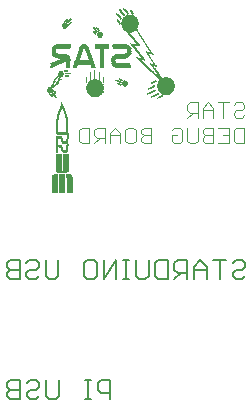
<source format=gbo>
G75*
%MOIN*%
%OFA0B0*%
%FSLAX24Y24*%
%IPPOS*%
%LPD*%
%AMOC8*
5,1,8,0,0,1.08239X$1,22.5*
%
%ADD10C,0.0060*%
%ADD11C,0.0040*%
%ADD12R,0.0206X0.0004*%
%ADD13R,0.0206X0.0004*%
%ADD14R,0.0210X0.0004*%
%ADD15R,0.0206X0.0004*%
%ADD16R,0.0210X0.0004*%
%ADD17R,0.0206X0.0004*%
%ADD18R,0.0202X0.0004*%
%ADD19R,0.0202X0.0004*%
%ADD20R,0.0198X0.0004*%
%ADD21R,0.0198X0.0004*%
%ADD22R,0.0194X0.0004*%
%ADD23R,0.0198X0.0004*%
%ADD24R,0.0194X0.0004*%
%ADD25R,0.0194X0.0004*%
%ADD26R,0.0190X0.0004*%
%ADD27R,0.0190X0.0004*%
%ADD28R,0.0190X0.0004*%
%ADD29R,0.0190X0.0004*%
%ADD30R,0.0185X0.0004*%
%ADD31R,0.0185X0.0004*%
%ADD32R,0.0181X0.0004*%
%ADD33R,0.0181X0.0004*%
%ADD34R,0.0177X0.0004*%
%ADD35R,0.0177X0.0004*%
%ADD36R,0.0173X0.0004*%
%ADD37R,0.0173X0.0004*%
%ADD38R,0.0169X0.0004*%
%ADD39R,0.0173X0.0004*%
%ADD40R,0.0165X0.0004*%
%ADD41R,0.0161X0.0004*%
%ADD42R,0.0165X0.0004*%
%ADD43R,0.0157X0.0004*%
%ADD44R,0.0161X0.0004*%
%ADD45R,0.0152X0.0004*%
%ADD46R,0.0157X0.0004*%
%ADD47R,0.0148X0.0004*%
%ADD48R,0.0148X0.0004*%
%ADD49R,0.0140X0.0004*%
%ADD50R,0.0144X0.0004*%
%ADD51R,0.0132X0.0004*%
%ADD52R,0.0136X0.0004*%
%ADD53R,0.0124X0.0004*%
%ADD54R,0.0128X0.0004*%
%ADD55R,0.0111X0.0004*%
%ADD56R,0.0115X0.0004*%
%ADD57R,0.0078X0.0004*%
%ADD58R,0.0099X0.0004*%
%ADD59R,0.0107X0.0004*%
%ADD60R,0.0107X0.0004*%
%ADD61R,0.0119X0.0004*%
%ADD62R,0.0152X0.0004*%
%ADD63R,0.0169X0.0004*%
%ADD64R,0.0169X0.0004*%
%ADD65R,0.0173X0.0004*%
%ADD66R,0.0181X0.0004*%
%ADD67R,0.0185X0.0004*%
%ADD68R,0.0198X0.0004*%
%ADD69R,0.0062X0.0004*%
%ADD70R,0.0062X0.0004*%
%ADD71R,0.0107X0.0004*%
%ADD72R,0.0128X0.0004*%
%ADD73R,0.0144X0.0004*%
%ADD74R,0.0157X0.0004*%
%ADD75R,0.0210X0.0004*%
%ADD76R,0.0214X0.0004*%
%ADD77R,0.0218X0.0004*%
%ADD78R,0.0222X0.0004*%
%ADD79R,0.0227X0.0004*%
%ADD80R,0.0082X0.0004*%
%ADD81R,0.0074X0.0004*%
%ADD82R,0.0074X0.0004*%
%ADD83R,0.0070X0.0004*%
%ADD84R,0.0070X0.0004*%
%ADD85R,0.0066X0.0004*%
%ADD86R,0.0070X0.0004*%
%ADD87R,0.0066X0.0004*%
%ADD88R,0.0066X0.0004*%
%ADD89R,0.0066X0.0004*%
%ADD90R,0.0078X0.0004*%
%ADD91R,0.0087X0.0004*%
%ADD92R,0.0082X0.0004*%
%ADD93R,0.0103X0.0004*%
%ADD94R,0.0095X0.0004*%
%ADD95R,0.0227X0.0004*%
%ADD96R,0.0218X0.0004*%
%ADD97R,0.0161X0.0004*%
%ADD98R,0.0058X0.0004*%
%ADD99R,0.0136X0.0004*%
%ADD100R,0.0058X0.0004*%
%ADD101R,0.0111X0.0004*%
%ADD102R,0.0103X0.0004*%
%ADD103R,0.0087X0.0004*%
%ADD104R,0.0070X0.0004*%
%ADD105R,0.0074X0.0004*%
%ADD106R,0.0091X0.0004*%
%ADD107R,0.0222X0.0004*%
%ADD108R,0.0214X0.0004*%
%ADD109R,0.0177X0.0004*%
%ADD110R,0.0119X0.0004*%
%ADD111R,0.0358X0.0004*%
%ADD112R,0.0371X0.0004*%
%ADD113R,0.0379X0.0004*%
%ADD114R,0.0383X0.0004*%
%ADD115R,0.0391X0.0004*%
%ADD116R,0.0396X0.0004*%
%ADD117R,0.0400X0.0004*%
%ADD118R,0.0404X0.0004*%
%ADD119R,0.0408X0.0004*%
%ADD120R,0.0412X0.0004*%
%ADD121R,0.0412X0.0004*%
%ADD122R,0.0416X0.0004*%
%ADD123R,0.0420X0.0004*%
%ADD124R,0.0408X0.0004*%
%ADD125R,0.0132X0.0004*%
%ADD126R,0.0132X0.0004*%
%ADD127R,0.0124X0.0004*%
%ADD128R,0.0115X0.0004*%
%ADD129R,0.0107X0.0004*%
%ADD130R,0.0091X0.0004*%
%ADD131R,0.0091X0.0004*%
%ADD132R,0.0087X0.0004*%
%ADD133R,0.0058X0.0004*%
%ADD134R,0.0054X0.0004*%
%ADD135R,0.0049X0.0004*%
%ADD136R,0.0045X0.0004*%
%ADD137R,0.0037X0.0004*%
%ADD138R,0.0037X0.0004*%
%ADD139R,0.0033X0.0004*%
%ADD140R,0.0029X0.0004*%
%ADD141R,0.0025X0.0004*%
%ADD142R,0.0021X0.0004*%
%ADD143R,0.0012X0.0004*%
%ADD144R,0.0012X0.0004*%
%ADD145R,0.0008X0.0004*%
%ADD146R,0.0004X0.0004*%
%ADD147R,0.0017X0.0004*%
%ADD148R,0.0029X0.0004*%
%ADD149R,0.0037X0.0004*%
%ADD150R,0.0046X0.0004*%
%ADD151R,0.0054X0.0004*%
%ADD152R,0.0058X0.0004*%
%ADD153R,0.0021X0.0004*%
%ADD154R,0.0067X0.0004*%
%ADD155R,0.0067X0.0004*%
%ADD156R,0.0033X0.0004*%
%ADD157R,0.0062X0.0004*%
%ADD158R,0.0033X0.0004*%
%ADD159R,0.0112X0.0004*%
%ADD160R,0.0004X0.0004*%
%ADD161R,0.0062X0.0004*%
%ADD162R,0.0150X0.0004*%
%ADD163R,0.0021X0.0004*%
%ADD164R,0.0179X0.0004*%
%ADD165R,0.0204X0.0004*%
%ADD166R,0.0220X0.0004*%
%ADD167R,0.0245X0.0004*%
%ADD168R,0.0262X0.0004*%
%ADD169R,0.0037X0.0004*%
%ADD170R,0.0279X0.0004*%
%ADD171R,0.0287X0.0004*%
%ADD172R,0.0029X0.0004*%
%ADD173R,0.0304X0.0004*%
%ADD174R,0.0017X0.0004*%
%ADD175R,0.0320X0.0004*%
%ADD176R,0.0329X0.0004*%
%ADD177R,0.0337X0.0004*%
%ADD178R,0.0354X0.0004*%
%ADD179R,0.0037X0.0004*%
%ADD180R,0.0362X0.0004*%
%ADD181R,0.0370X0.0004*%
%ADD182R,0.0087X0.0004*%
%ADD183R,0.0379X0.0004*%
%ADD184R,0.0133X0.0004*%
%ADD185R,0.0391X0.0004*%
%ADD186R,0.0037X0.0004*%
%ADD187R,0.0162X0.0004*%
%ADD188R,0.0404X0.0004*%
%ADD189R,0.0187X0.0004*%
%ADD190R,0.0412X0.0004*%
%ADD191R,0.0212X0.0004*%
%ADD192R,0.0058X0.0004*%
%ADD193R,0.0420X0.0004*%
%ADD194R,0.0233X0.0004*%
%ADD195R,0.0054X0.0004*%
%ADD196R,0.0424X0.0004*%
%ADD197R,0.0250X0.0004*%
%ADD198R,0.0428X0.0004*%
%ADD199R,0.0266X0.0004*%
%ADD200R,0.0025X0.0004*%
%ADD201R,0.0437X0.0004*%
%ADD202R,0.0029X0.0004*%
%ADD203R,0.0283X0.0004*%
%ADD204R,0.0445X0.0004*%
%ADD205R,0.0295X0.0004*%
%ADD206R,0.0012X0.0004*%
%ADD207R,0.0046X0.0004*%
%ADD208R,0.0453X0.0004*%
%ADD209R,0.0021X0.0004*%
%ADD210R,0.0312X0.0004*%
%ADD211R,0.0054X0.0004*%
%ADD212R,0.0462X0.0004*%
%ADD213R,0.0320X0.0004*%
%ADD214R,0.0025X0.0004*%
%ADD215R,0.0470X0.0004*%
%ADD216R,0.0345X0.0004*%
%ADD217R,0.0478X0.0004*%
%ADD218R,0.0354X0.0004*%
%ADD219R,0.0487X0.0004*%
%ADD220R,0.0366X0.0004*%
%ADD221R,0.0379X0.0004*%
%ADD222R,0.0495X0.0004*%
%ADD223R,0.0050X0.0004*%
%ADD224R,0.0387X0.0004*%
%ADD225R,0.0495X0.0004*%
%ADD226R,0.0029X0.0004*%
%ADD227R,0.0075X0.0004*%
%ADD228R,0.0395X0.0004*%
%ADD229R,0.0503X0.0004*%
%ADD230R,0.0092X0.0004*%
%ADD231R,0.0508X0.0004*%
%ADD232R,0.0104X0.0004*%
%ADD233R,0.0412X0.0004*%
%ADD234R,0.0512X0.0004*%
%ADD235R,0.0012X0.0004*%
%ADD236R,0.0116X0.0004*%
%ADD237R,0.0420X0.0004*%
%ADD238R,0.0062X0.0004*%
%ADD239R,0.0520X0.0004*%
%ADD240R,0.0125X0.0004*%
%ADD241R,0.0428X0.0004*%
%ADD242R,0.0520X0.0004*%
%ADD243R,0.0133X0.0004*%
%ADD244R,0.0524X0.0004*%
%ADD245R,0.0141X0.0004*%
%ADD246R,0.0445X0.0004*%
%ADD247R,0.0528X0.0004*%
%ADD248R,0.0150X0.0004*%
%ADD249R,0.0449X0.0004*%
%ADD250R,0.0528X0.0004*%
%ADD251R,0.0154X0.0004*%
%ADD252R,0.0453X0.0004*%
%ADD253R,0.0537X0.0004*%
%ADD254R,0.0158X0.0004*%
%ADD255R,0.0462X0.0004*%
%ADD256R,0.0162X0.0004*%
%ADD257R,0.0545X0.0004*%
%ADD258R,0.0166X0.0004*%
%ADD259R,0.0474X0.0004*%
%ADD260R,0.0545X0.0004*%
%ADD261R,0.0171X0.0004*%
%ADD262R,0.0478X0.0004*%
%ADD263R,0.0175X0.0004*%
%ADD264R,0.0553X0.0004*%
%ADD265R,0.0491X0.0004*%
%ADD266R,0.0179X0.0004*%
%ADD267R,0.0495X0.0004*%
%ADD268R,0.0058X0.0004*%
%ADD269R,0.0553X0.0004*%
%ADD270R,0.0025X0.0004*%
%ADD271R,0.0183X0.0004*%
%ADD272R,0.0499X0.0004*%
%ADD273R,0.0054X0.0004*%
%ADD274R,0.0183X0.0004*%
%ADD275R,0.0042X0.0004*%
%ADD276R,0.0562X0.0004*%
%ADD277R,0.0512X0.0004*%
%ADD278R,0.0562X0.0004*%
%ADD279R,0.0570X0.0004*%
%ADD280R,0.0528X0.0004*%
%ADD281R,0.0532X0.0004*%
%ADD282R,0.0570X0.0004*%
%ADD283R,0.0179X0.0004*%
%ADD284R,0.0541X0.0004*%
%ADD285R,0.0545X0.0004*%
%ADD286R,0.0545X0.0004*%
%ADD287R,0.0578X0.0004*%
%ADD288R,0.0166X0.0004*%
%ADD289R,0.0549X0.0004*%
%ADD290R,0.0042X0.0004*%
%ADD291R,0.0578X0.0004*%
%ADD292R,0.0557X0.0004*%
%ADD293R,0.0557X0.0004*%
%ADD294R,0.0146X0.0004*%
%ADD295R,0.0562X0.0004*%
%ADD296R,0.0062X0.0004*%
%ADD297R,0.0129X0.0004*%
%ADD298R,0.0562X0.0004*%
%ADD299R,0.0121X0.0004*%
%ADD300R,0.0566X0.0004*%
%ADD301R,0.0112X0.0004*%
%ADD302R,0.0083X0.0004*%
%ADD303R,0.0012X0.0004*%
%ADD304R,0.0008X0.0004*%
%ADD305R,0.0008X0.0004*%
%ADD306R,0.0574X0.0004*%
%ADD307R,0.0574X0.0004*%
%ADD308R,0.0012X0.0004*%
%ADD309R,0.0578X0.0004*%
%ADD310R,0.0578X0.0004*%
%ADD311R,0.0075X0.0004*%
%ADD312R,0.0092X0.0004*%
%ADD313R,0.0100X0.0004*%
%ADD314R,0.0125X0.0004*%
%ADD315R,0.0133X0.0004*%
%ADD316R,0.0141X0.0004*%
%ADD317R,0.0158X0.0004*%
%ADD318R,0.0537X0.0004*%
%ADD319R,0.0171X0.0004*%
%ADD320R,0.0566X0.0004*%
%ADD321R,0.0175X0.0004*%
%ADD322R,0.0067X0.0004*%
%ADD323R,0.0008X0.0004*%
%ADD324R,0.0175X0.0004*%
%ADD325R,0.0071X0.0004*%
%ADD326R,0.0075X0.0004*%
%ADD327R,0.0071X0.0004*%
%ADD328R,0.0503X0.0004*%
%ADD329R,0.0549X0.0004*%
%ADD330R,0.0042X0.0004*%
%ADD331R,0.0487X0.0004*%
%ADD332R,0.0478X0.0004*%
%ADD333R,0.0462X0.0004*%
%ADD334R,0.0532X0.0004*%
%ADD335R,0.0453X0.0004*%
%ADD336R,0.0025X0.0004*%
%ADD337R,0.0428X0.0004*%
%ADD338R,0.0004X0.0004*%
%ADD339R,0.0021X0.0004*%
%ADD340R,0.0158X0.0004*%
%ADD341R,0.0404X0.0004*%
%ADD342R,0.0391X0.0004*%
%ADD343R,0.0495X0.0004*%
%ADD344R,0.0137X0.0004*%
%ADD345R,0.0362X0.0004*%
%ADD346R,0.0108X0.0004*%
%ADD347R,0.0354X0.0004*%
%ADD348R,0.0474X0.0004*%
%ADD349R,0.0462X0.0004*%
%ADD350R,0.0316X0.0004*%
%ADD351R,0.0008X0.0004*%
%ADD352R,0.0304X0.0004*%
%ADD353R,0.0449X0.0004*%
%ADD354R,0.0071X0.0004*%
%ADD355R,0.0275X0.0004*%
%ADD356R,0.0437X0.0004*%
%ADD357R,0.0262X0.0004*%
%ADD358R,0.0241X0.0004*%
%ADD359R,0.0420X0.0004*%
%ADD360R,0.0179X0.0004*%
%ADD361R,0.0146X0.0004*%
%ADD362R,0.0387X0.0004*%
%ADD363R,0.0379X0.0004*%
%ADD364R,0.0374X0.0004*%
%ADD365R,0.0374X0.0004*%
%ADD366R,0.0320X0.0004*%
%ADD367R,0.0295X0.0004*%
%ADD368R,0.0291X0.0004*%
%ADD369R,0.0287X0.0004*%
%ADD370R,0.0279X0.0004*%
%ADD371R,0.0233X0.0004*%
%ADD372R,0.0191X0.0004*%
%ADD373R,0.0133X0.0004*%
%ADD374R,0.0092X0.0004*%
%ADD375R,0.0050X0.0004*%
%ADD376R,0.0116X0.0004*%
%ADD377R,0.0121X0.0004*%
%ADD378R,0.0129X0.0004*%
%ADD379R,0.0125X0.0004*%
%ADD380R,0.0171X0.0004*%
%ADD381R,0.0042X0.0004*%
%ADD382R,0.0216X0.0004*%
%ADD383R,0.0216X0.0004*%
%ADD384R,0.0141X0.0004*%
%ADD385R,0.0137X0.0004*%
%ADD386R,0.0083X0.0004*%
%ADD387R,0.0141X0.0004*%
%ADD388R,0.0466X0.0004*%
%ADD389R,0.0499X0.0004*%
%ADD390R,0.0512X0.0004*%
%ADD391R,0.0146X0.0004*%
%ADD392R,0.0079X0.0004*%
%ADD393R,0.0108X0.0004*%
%ADD394R,0.0557X0.0004*%
%ADD395R,0.0154X0.0004*%
%ADD396R,0.0582X0.0004*%
%ADD397R,0.0100X0.0004*%
%ADD398R,0.0587X0.0004*%
%ADD399R,0.0591X0.0004*%
%ADD400R,0.0191X0.0004*%
%ADD401R,0.0595X0.0004*%
%ADD402R,0.0200X0.0004*%
%ADD403R,0.0208X0.0004*%
%ADD404R,0.0096X0.0004*%
%ADD405R,0.0599X0.0004*%
%ADD406R,0.0216X0.0004*%
%ADD407R,0.0087X0.0004*%
%ADD408R,0.0603X0.0004*%
%ADD409R,0.0229X0.0004*%
%ADD410R,0.0079X0.0004*%
%ADD411R,0.0237X0.0004*%
%ADD412R,0.0607X0.0004*%
%ADD413R,0.0245X0.0004*%
%ADD414R,0.0612X0.0004*%
%ADD415R,0.0254X0.0004*%
%ADD416R,0.0612X0.0004*%
%ADD417R,0.0262X0.0004*%
%ADD418R,0.0616X0.0004*%
%ADD419R,0.0695X0.0004*%
%ADD420R,0.0691X0.0004*%
%ADD421R,0.0283X0.0004*%
%ADD422R,0.0616X0.0004*%
%ADD423R,0.0686X0.0004*%
%ADD424R,0.0291X0.0004*%
%ADD425R,0.0620X0.0004*%
%ADD426R,0.0686X0.0004*%
%ADD427R,0.0300X0.0004*%
%ADD428R,0.0678X0.0004*%
%ADD429R,0.0308X0.0004*%
%ADD430R,0.0624X0.0004*%
%ADD431R,0.0678X0.0004*%
%ADD432R,0.0324X0.0004*%
%ADD433R,0.0670X0.0004*%
%ADD434R,0.0324X0.0004*%
%ADD435R,0.0324X0.0004*%
%ADD436R,0.0158X0.0004*%
%ADD437R,0.0661X0.0004*%
%ADD438R,0.0329X0.0004*%
%ADD439R,0.0661X0.0004*%
%ADD440R,0.0657X0.0004*%
%ADD441R,0.0653X0.0004*%
%ADD442R,0.0146X0.0004*%
%ADD443R,0.0653X0.0004*%
%ADD444R,0.0329X0.0004*%
%ADD445R,0.0649X0.0004*%
%ADD446R,0.0645X0.0004*%
%ADD447R,0.0137X0.0004*%
%ADD448R,0.0636X0.0004*%
%ADD449R,0.0324X0.0004*%
%ADD450R,0.0636X0.0004*%
%ADD451R,0.0628X0.0004*%
%ADD452R,0.0628X0.0004*%
%ADD453R,0.0620X0.0004*%
%ADD454R,0.0441X0.0004*%
%ADD455R,0.0433X0.0004*%
%ADD456R,0.0424X0.0004*%
%ADD457R,0.0603X0.0004*%
%ADD458R,0.0412X0.0004*%
%ADD459R,0.0395X0.0004*%
%ADD460R,0.0374X0.0004*%
%ADD461R,0.0366X0.0004*%
%ADD462R,0.0358X0.0004*%
%ADD463R,0.0345X0.0004*%
%ADD464R,0.0333X0.0004*%
%ADD465R,0.0316X0.0004*%
%ADD466R,0.0304X0.0004*%
%ADD467R,0.0187X0.0004*%
%ADD468R,0.0295X0.0004*%
%ADD469R,0.0187X0.0004*%
%ADD470R,0.0287X0.0004*%
%ADD471R,0.0254X0.0004*%
%ADD472R,0.0033X0.0004*%
%ADD473R,0.0229X0.0004*%
%ADD474R,0.0220X0.0004*%
%ADD475R,0.0399X0.0004*%
%ADD476R,0.0033X0.0004*%
%ADD477R,0.0528X0.0004*%
%ADD478R,0.0478X0.0004*%
%ADD479R,0.0532X0.0004*%
%ADD480R,0.0483X0.0004*%
%ADD481R,0.0541X0.0004*%
%ADD482R,0.0499X0.0004*%
%ADD483R,0.0512X0.0004*%
%ADD484R,0.0508X0.0004*%
%ADD485R,0.0491X0.0004*%
%ADD486R,0.0483X0.0004*%
%ADD487R,0.0474X0.0004*%
%ADD488R,0.0516X0.0004*%
%ADD489R,0.0508X0.0004*%
%ADD490R,0.0453X0.0004*%
%ADD491R,0.0491X0.0004*%
%ADD492R,0.0096X0.0004*%
%ADD493R,0.0112X0.0004*%
%ADD494R,0.0154X0.0004*%
%ADD495R,0.0137X0.0004*%
%ADD496R,0.0154X0.0004*%
%ADD497R,0.0175X0.0004*%
%ADD498R,0.0150X0.0004*%
%ADD499R,0.0183X0.0004*%
%ADD500R,0.0607X0.0004*%
%ADD501R,0.0599X0.0004*%
%ADD502R,0.0599X0.0004*%
%ADD503R,0.0308X0.0004*%
%ADD504R,0.0595X0.0004*%
%ADD505R,0.0595X0.0004*%
%ADD506R,0.0595X0.0004*%
%ADD507R,0.0591X0.0004*%
%ADD508R,0.0587X0.0004*%
%ADD509R,0.0582X0.0004*%
%ADD510R,0.0287X0.0004*%
%ADD511R,0.0574X0.0004*%
%ADD512R,0.0574X0.0004*%
%ADD513R,0.0279X0.0004*%
%ADD514R,0.0270X0.0004*%
%ADD515R,0.0566X0.0004*%
%ADD516R,0.0258X0.0004*%
%ADD517R,0.0549X0.0004*%
%ADD518R,0.0245X0.0004*%
%ADD519R,0.0229X0.0004*%
%ADD520R,0.0046X0.0004*%
%ADD521R,0.0516X0.0004*%
%ADD522R,0.0508X0.0004*%
%ADD523R,0.0125X0.0004*%
%ADD524R,0.0245X0.0004*%
%ADD525R,0.0466X0.0004*%
%ADD526R,0.0129X0.0004*%
%ADD527R,0.0166X0.0004*%
%ADD528R,0.0079X0.0004*%
%ADD529R,0.0075X0.0004*%
%ADD530R,0.0204X0.0004*%
%ADD531R,0.0266X0.0004*%
%ADD532R,0.0333X0.0004*%
%ADD533R,0.0345X0.0004*%
%ADD534R,0.0358X0.0004*%
%ADD535R,0.0366X0.0004*%
%ADD536R,0.0383X0.0004*%
%ADD537R,0.0408X0.0004*%
%ADD538R,0.0449X0.0004*%
%ADD539R,0.0458X0.0004*%
%ADD540R,0.0483X0.0004*%
%ADD541R,0.0524X0.0004*%
%ADD542R,0.0541X0.0004*%
%ADD543R,0.0566X0.0004*%
%ADD544R,0.0532X0.0004*%
%ADD545R,0.0516X0.0004*%
%ADD546R,0.0474X0.0004*%
%ADD547R,0.0424X0.0004*%
%ADD548R,0.0416X0.0004*%
%ADD549R,0.0408X0.0004*%
%ADD550R,0.0349X0.0004*%
%ADD551R,0.0300X0.0004*%
%ADD552R,0.0266X0.0004*%
%ADD553R,0.0233X0.0004*%
%ADD554R,0.0004X0.0004*%
D10*
X001592Y003330D02*
X001912Y003330D01*
X001912Y003971D01*
X001592Y003971D01*
X001485Y003864D01*
X001485Y003757D01*
X001592Y003650D01*
X001912Y003650D01*
X002130Y003544D02*
X002130Y003437D01*
X002236Y003330D01*
X002450Y003330D01*
X002557Y003437D01*
X002774Y003437D02*
X002774Y003971D01*
X002557Y003864D02*
X002557Y003757D01*
X002450Y003650D01*
X002236Y003650D01*
X002130Y003544D01*
X002130Y003864D02*
X002236Y003971D01*
X002450Y003971D01*
X002557Y003864D01*
X002774Y003437D02*
X002881Y003330D01*
X003094Y003330D01*
X003201Y003437D01*
X003201Y003971D01*
X004062Y003971D02*
X004275Y003971D01*
X004169Y003971D02*
X004169Y003330D01*
X004275Y003330D02*
X004062Y003330D01*
X004493Y003650D02*
X004493Y003864D01*
X004600Y003971D01*
X004920Y003971D01*
X004920Y003330D01*
X004920Y003544D02*
X004600Y003544D01*
X004493Y003650D01*
X001592Y003650D02*
X001485Y003544D01*
X001485Y003437D01*
X001592Y003330D01*
X001580Y007330D02*
X001473Y007437D01*
X001473Y007544D01*
X001580Y007650D01*
X001900Y007650D01*
X001900Y007330D02*
X001580Y007330D01*
X001580Y007650D02*
X001473Y007757D01*
X001473Y007864D01*
X001580Y007971D01*
X001900Y007971D01*
X001900Y007330D01*
X002118Y007437D02*
X002225Y007330D01*
X002438Y007330D01*
X002545Y007437D01*
X002762Y007437D02*
X002762Y007971D01*
X002545Y007864D02*
X002545Y007757D01*
X002438Y007650D01*
X002225Y007650D01*
X002118Y007544D01*
X002118Y007437D01*
X002118Y007864D02*
X002225Y007971D01*
X002438Y007971D01*
X002545Y007864D01*
X002762Y007437D02*
X002869Y007330D01*
X003083Y007330D01*
X003189Y007437D01*
X003189Y007971D01*
X004051Y007864D02*
X004051Y007437D01*
X004158Y007330D01*
X004372Y007330D01*
X004478Y007437D01*
X004478Y007864D01*
X004372Y007971D01*
X004158Y007971D01*
X004051Y007864D01*
X004696Y007971D02*
X004696Y007330D01*
X005123Y007971D01*
X005123Y007330D01*
X005339Y007330D02*
X005553Y007330D01*
X005446Y007330D02*
X005446Y007971D01*
X005553Y007971D02*
X005339Y007971D01*
X005770Y007971D02*
X005770Y007437D01*
X005877Y007330D01*
X006090Y007330D01*
X006197Y007437D01*
X006197Y007971D01*
X006415Y007864D02*
X006522Y007971D01*
X006842Y007971D01*
X006842Y007330D01*
X006522Y007330D01*
X006415Y007437D01*
X006415Y007864D01*
X007059Y007864D02*
X007059Y007650D01*
X007166Y007544D01*
X007486Y007544D01*
X007273Y007544D02*
X007059Y007330D01*
X007486Y007330D02*
X007486Y007971D01*
X007166Y007971D01*
X007059Y007864D01*
X007704Y007757D02*
X007704Y007330D01*
X007704Y007650D02*
X008131Y007650D01*
X008131Y007757D02*
X008131Y007330D01*
X008131Y007757D02*
X007917Y007971D01*
X007704Y007757D01*
X008348Y007971D02*
X008775Y007971D01*
X008993Y007864D02*
X009100Y007971D01*
X009313Y007971D01*
X009420Y007864D01*
X009420Y007757D01*
X009313Y007650D01*
X009100Y007650D01*
X008993Y007544D01*
X008993Y007437D01*
X009100Y007330D01*
X009313Y007330D01*
X009420Y007437D01*
X008562Y007330D02*
X008562Y007971D01*
D11*
X008517Y011870D02*
X008864Y011870D01*
X008864Y012390D01*
X008517Y012390D01*
X008349Y012390D02*
X008088Y012390D01*
X008002Y012304D01*
X008002Y012217D01*
X008088Y012130D01*
X008349Y012130D01*
X008349Y011870D02*
X008349Y012390D01*
X008349Y012710D02*
X008349Y013057D01*
X008175Y013230D01*
X008002Y013057D01*
X008002Y012710D01*
X008002Y012970D02*
X008349Y012970D01*
X008517Y013230D02*
X008864Y013230D01*
X008691Y013230D02*
X008691Y012710D01*
X009033Y012797D02*
X009120Y012710D01*
X009293Y012710D01*
X009380Y012797D01*
X009293Y012970D02*
X009120Y012970D01*
X009033Y012883D01*
X009033Y012797D01*
X009293Y012970D02*
X009380Y013057D01*
X009380Y013144D01*
X009293Y013230D01*
X009120Y013230D01*
X009033Y013144D01*
X009120Y012390D02*
X009380Y012390D01*
X009380Y011870D01*
X009120Y011870D01*
X009033Y011957D01*
X009033Y012304D01*
X009120Y012390D01*
X008864Y012130D02*
X008691Y012130D01*
X008349Y011870D02*
X008088Y011870D01*
X008002Y011957D01*
X008002Y012043D01*
X008088Y012130D01*
X007833Y011957D02*
X007746Y011870D01*
X007573Y011870D01*
X007486Y011957D01*
X007486Y012390D01*
X007317Y012304D02*
X007317Y011957D01*
X007231Y011870D01*
X007057Y011870D01*
X006970Y011957D01*
X006970Y012130D01*
X007144Y012130D01*
X007317Y012304D02*
X007231Y012390D01*
X007057Y012390D01*
X006970Y012304D01*
X007486Y012710D02*
X007660Y012883D01*
X007573Y012883D02*
X007833Y012883D01*
X007833Y012710D02*
X007833Y013230D01*
X007573Y013230D01*
X007486Y013144D01*
X007486Y012970D01*
X007573Y012883D01*
X007833Y012390D02*
X007833Y011957D01*
X006286Y011870D02*
X006026Y011870D01*
X005939Y011957D01*
X005939Y012043D01*
X006026Y012130D01*
X006286Y012130D01*
X006286Y011870D02*
X006286Y012390D01*
X006026Y012390D01*
X005939Y012304D01*
X005939Y012217D01*
X006026Y012130D01*
X005771Y011957D02*
X005684Y011870D01*
X005510Y011870D01*
X005424Y011957D01*
X005424Y012304D01*
X005510Y012390D01*
X005684Y012390D01*
X005771Y012304D01*
X005771Y011957D01*
X005255Y011870D02*
X005255Y012217D01*
X005081Y012390D01*
X004908Y012217D01*
X004908Y011870D01*
X004739Y011870D02*
X004739Y012390D01*
X004479Y012390D01*
X004392Y012304D01*
X004392Y012130D01*
X004479Y012043D01*
X004739Y012043D01*
X004908Y012130D02*
X005255Y012130D01*
X004566Y012043D02*
X004392Y011870D01*
X004224Y011870D02*
X003963Y011870D01*
X003877Y011957D01*
X003877Y012304D01*
X003963Y012390D01*
X004224Y012390D01*
X004224Y011870D01*
D12*
X003431Y012136D03*
X003440Y011481D03*
X003440Y011465D03*
X003440Y011448D03*
X003440Y011432D03*
X003440Y011415D03*
X003440Y011403D03*
X003440Y011387D03*
X003440Y011370D03*
X003440Y011354D03*
X003440Y011341D03*
X003440Y011325D03*
X003440Y011308D03*
X003440Y011292D03*
X003440Y011275D03*
X003440Y011263D03*
X003440Y011246D03*
X003440Y011230D03*
X003440Y011214D03*
X003440Y011197D03*
X003440Y011185D03*
X003440Y011168D03*
X003440Y011152D03*
X003440Y011135D03*
X003440Y011119D03*
X003440Y011106D03*
X003440Y011090D03*
X003440Y011073D03*
X003440Y011057D03*
X003440Y011045D03*
X003440Y011028D03*
X003440Y011012D03*
X003440Y010995D03*
X003196Y010995D03*
X003196Y011012D03*
X003196Y011028D03*
X003196Y011045D03*
X003196Y011057D03*
X003196Y011073D03*
X003196Y011090D03*
X003196Y011106D03*
X003196Y011119D03*
X003196Y011135D03*
X003196Y011152D03*
X003196Y011168D03*
X003196Y011185D03*
X003196Y011197D03*
X003196Y011214D03*
X003196Y011230D03*
X003196Y011246D03*
X003196Y011263D03*
X003196Y011275D03*
X003196Y011292D03*
X003196Y011308D03*
X003196Y011325D03*
X003196Y011341D03*
X003196Y011354D03*
X003196Y011370D03*
X003196Y011387D03*
X003196Y011403D03*
X003196Y011415D03*
X003196Y011432D03*
X003196Y011448D03*
X003196Y011465D03*
X003196Y011481D03*
X003563Y010670D03*
X003563Y010653D03*
X003563Y010637D03*
X003563Y010620D03*
X003563Y010604D03*
X003563Y010591D03*
X003563Y010575D03*
X003563Y010558D03*
X003563Y010542D03*
X003563Y010530D03*
X003563Y010513D03*
X003563Y010497D03*
X003563Y010480D03*
X003563Y010464D03*
X003563Y010451D03*
X003563Y010435D03*
X003563Y010418D03*
X003563Y010402D03*
X003563Y010385D03*
X003563Y010373D03*
X003563Y010357D03*
X003563Y010340D03*
X003563Y010324D03*
X003563Y010311D03*
X003563Y010295D03*
X003563Y010278D03*
X003563Y010262D03*
X003563Y010245D03*
X003563Y010233D03*
X003563Y010216D03*
X003563Y010200D03*
D13*
X003563Y010204D03*
X003563Y010208D03*
X003563Y010212D03*
X003563Y010221D03*
X003563Y010225D03*
X003563Y010229D03*
X003563Y010237D03*
X003563Y010241D03*
X003563Y010249D03*
X003563Y010254D03*
X003563Y010258D03*
X003563Y010266D03*
X003563Y010270D03*
X003563Y010274D03*
X003563Y010282D03*
X003563Y010287D03*
X003563Y010291D03*
X003563Y010299D03*
X003563Y010303D03*
X003563Y010307D03*
X003563Y010315D03*
X003563Y010319D03*
X003563Y010328D03*
X003563Y010332D03*
X003563Y010336D03*
X003563Y010344D03*
X003563Y010348D03*
X003563Y010352D03*
X003563Y010361D03*
X003563Y010365D03*
X003563Y010369D03*
X003563Y010377D03*
X003563Y010381D03*
X003563Y010390D03*
X003563Y010394D03*
X003563Y010398D03*
X003563Y010406D03*
X003563Y010410D03*
X003563Y010414D03*
X003563Y010422D03*
X003563Y010427D03*
X003563Y010431D03*
X003563Y010439D03*
X003563Y010443D03*
X003563Y010447D03*
X003563Y010455D03*
X003563Y010460D03*
X003563Y010468D03*
X003563Y010472D03*
X003563Y010476D03*
X003563Y010484D03*
X003563Y010488D03*
X003563Y010493D03*
X003563Y010501D03*
X003563Y010505D03*
X003563Y010509D03*
X003563Y010517D03*
X003563Y010521D03*
X003563Y010525D03*
X003563Y010534D03*
X003563Y010538D03*
X003563Y010546D03*
X003563Y010550D03*
X003563Y010554D03*
X003563Y010563D03*
X003563Y010567D03*
X003563Y010571D03*
X003563Y010579D03*
X003563Y010583D03*
X003563Y010587D03*
X003563Y010596D03*
X003563Y010600D03*
X003563Y010608D03*
X003563Y010612D03*
X003563Y010616D03*
X003563Y010624D03*
X003563Y010628D03*
X003563Y010633D03*
X003563Y010641D03*
X003563Y010645D03*
X003563Y010649D03*
X003563Y010657D03*
X003563Y010661D03*
X003563Y010666D03*
X003563Y010674D03*
X003440Y010987D03*
X003440Y010991D03*
X003440Y010999D03*
X003440Y011003D03*
X003440Y011008D03*
X003440Y011016D03*
X003440Y011020D03*
X003440Y011024D03*
X003440Y011032D03*
X003440Y011036D03*
X003440Y011040D03*
X003440Y011049D03*
X003440Y011053D03*
X003440Y011061D03*
X003440Y011065D03*
X003440Y011069D03*
X003440Y011078D03*
X003440Y011082D03*
X003440Y011086D03*
X003440Y011094D03*
X003440Y011098D03*
X003440Y011102D03*
X003440Y011111D03*
X003440Y011115D03*
X003440Y011123D03*
X003440Y011127D03*
X003440Y011131D03*
X003440Y011139D03*
X003440Y011143D03*
X003440Y011148D03*
X003440Y011156D03*
X003440Y011160D03*
X003440Y011164D03*
X003440Y011172D03*
X003440Y011176D03*
X003440Y011181D03*
X003440Y011189D03*
X003440Y011193D03*
X003440Y011201D03*
X003440Y011205D03*
X003440Y011209D03*
X003440Y011218D03*
X003440Y011222D03*
X003440Y011226D03*
X003440Y011234D03*
X003440Y011238D03*
X003440Y011242D03*
X003440Y011251D03*
X003440Y011255D03*
X003440Y011259D03*
X003440Y011267D03*
X003440Y011271D03*
X003440Y011279D03*
X003440Y011284D03*
X003440Y011288D03*
X003440Y011296D03*
X003440Y011300D03*
X003440Y011304D03*
X003440Y011312D03*
X003440Y011317D03*
X003440Y011321D03*
X003440Y011329D03*
X003440Y011333D03*
X003440Y011337D03*
X003440Y011345D03*
X003440Y011349D03*
X003440Y011358D03*
X003440Y011362D03*
X003440Y011366D03*
X003440Y011374D03*
X003440Y011378D03*
X003440Y011382D03*
X003440Y011391D03*
X003440Y011395D03*
X003440Y011399D03*
X003440Y011407D03*
X003440Y011411D03*
X003440Y011420D03*
X003440Y011424D03*
X003440Y011428D03*
X003440Y011436D03*
X003440Y011440D03*
X003440Y011444D03*
X003440Y011452D03*
X003440Y011457D03*
X003440Y011461D03*
X003440Y011469D03*
X003440Y011473D03*
X003440Y011477D03*
X003196Y011477D03*
X003196Y011473D03*
X003196Y011469D03*
X003196Y011461D03*
X003196Y011457D03*
X003196Y011452D03*
X003196Y011444D03*
X003196Y011440D03*
X003196Y011436D03*
X003196Y011428D03*
X003196Y011424D03*
X003196Y011420D03*
X003196Y011411D03*
X003196Y011407D03*
X003196Y011399D03*
X003196Y011395D03*
X003196Y011391D03*
X003196Y011382D03*
X003196Y011378D03*
X003196Y011374D03*
X003196Y011366D03*
X003196Y011362D03*
X003196Y011358D03*
X003196Y011349D03*
X003196Y011345D03*
X003196Y011337D03*
X003196Y011333D03*
X003196Y011329D03*
X003196Y011321D03*
X003196Y011317D03*
X003196Y011312D03*
X003196Y011304D03*
X003196Y011300D03*
X003196Y011296D03*
X003196Y011288D03*
X003196Y011284D03*
X003196Y011279D03*
X003196Y011271D03*
X003196Y011267D03*
X003196Y011259D03*
X003196Y011255D03*
X003196Y011251D03*
X003196Y011242D03*
X003196Y011238D03*
X003196Y011234D03*
X003196Y011226D03*
X003196Y011222D03*
X003196Y011218D03*
X003196Y011209D03*
X003196Y011205D03*
X003196Y011201D03*
X003196Y011193D03*
X003196Y011189D03*
X003196Y011181D03*
X003196Y011176D03*
X003196Y011172D03*
X003196Y011164D03*
X003196Y011160D03*
X003196Y011156D03*
X003196Y011148D03*
X003196Y011143D03*
X003196Y011139D03*
X003196Y011131D03*
X003196Y011127D03*
X003196Y011123D03*
X003196Y011115D03*
X003196Y011111D03*
X003196Y011102D03*
X003196Y011098D03*
X003196Y011094D03*
X003196Y011086D03*
X003196Y011082D03*
X003196Y011078D03*
X003196Y011069D03*
X003196Y011065D03*
X003196Y011061D03*
X003196Y011053D03*
X003196Y011049D03*
X003196Y011040D03*
X003196Y011036D03*
X003196Y011032D03*
X003196Y011024D03*
X003196Y011020D03*
X003196Y011016D03*
X003196Y011008D03*
X003196Y011003D03*
X003196Y010999D03*
X003196Y010991D03*
X003196Y010987D03*
D14*
X003318Y010822D03*
X003318Y010818D03*
X003318Y010814D03*
X003318Y010806D03*
X003318Y010802D03*
X003318Y010797D03*
X003318Y010789D03*
X003318Y010785D03*
X003318Y010781D03*
X003318Y010773D03*
X003318Y010769D03*
X003318Y010764D03*
X003318Y010756D03*
X003318Y010752D03*
X003318Y010744D03*
X003318Y010740D03*
X003318Y010736D03*
X003318Y010727D03*
X003318Y010723D03*
X003318Y010719D03*
X003318Y010711D03*
X003318Y010707D03*
X003318Y010703D03*
X003318Y010694D03*
X003318Y010690D03*
X003318Y010686D03*
X003318Y010678D03*
X003318Y010674D03*
X003318Y010666D03*
X003318Y010661D03*
X003318Y010657D03*
X003318Y010649D03*
X003318Y010645D03*
X003318Y010641D03*
X003318Y010633D03*
X003318Y010628D03*
X003318Y010624D03*
X003318Y010616D03*
X003318Y010612D03*
X003318Y010608D03*
X003318Y010600D03*
X003318Y010596D03*
X003318Y010587D03*
X003318Y010583D03*
X003318Y010579D03*
X003318Y010571D03*
X003318Y010567D03*
X003318Y010563D03*
X003318Y010554D03*
X003318Y010550D03*
X003318Y010546D03*
X003318Y010538D03*
X003318Y010534D03*
X003318Y010525D03*
X003318Y010521D03*
X003318Y010517D03*
X003318Y010509D03*
X003318Y010505D03*
X003318Y010501D03*
X003318Y010493D03*
X003318Y010488D03*
X003318Y010484D03*
X003318Y010476D03*
X003318Y010472D03*
X003318Y010468D03*
X003318Y010460D03*
X003318Y010455D03*
X003318Y010447D03*
X003318Y010443D03*
X003318Y010439D03*
X003318Y010431D03*
X003318Y010427D03*
X003318Y010422D03*
X003318Y010414D03*
X003318Y010410D03*
X003318Y010406D03*
X003318Y010398D03*
X003318Y010394D03*
X003318Y010390D03*
X003318Y010381D03*
X003318Y010377D03*
X003318Y010369D03*
X003318Y010365D03*
X003318Y010361D03*
X003318Y010352D03*
X003318Y010348D03*
X003318Y010344D03*
X003318Y010336D03*
X003318Y010332D03*
X003318Y010328D03*
X003318Y010319D03*
X003318Y010315D03*
X003318Y010307D03*
X003318Y010303D03*
X003318Y010299D03*
X003318Y010291D03*
X003318Y010287D03*
X003318Y010282D03*
X003318Y010274D03*
X003318Y010270D03*
X003318Y010266D03*
X003318Y010258D03*
X003318Y010254D03*
X003318Y010249D03*
X003318Y010241D03*
X003318Y010237D03*
X003318Y010229D03*
X003318Y010225D03*
X003318Y010221D03*
X003318Y010212D03*
X003318Y010208D03*
X003318Y010204D03*
X003223Y011737D03*
X003223Y011741D03*
X003223Y012038D03*
D15*
X003402Y011580D03*
X003073Y010678D03*
X003073Y010674D03*
X003073Y010666D03*
X003073Y010661D03*
X003073Y010657D03*
X003073Y010649D03*
X003073Y010645D03*
X003073Y010641D03*
X003073Y010633D03*
X003073Y010628D03*
X003073Y010624D03*
X003073Y010616D03*
X003073Y010612D03*
X003073Y010608D03*
X003073Y010600D03*
X003073Y010596D03*
X003073Y010587D03*
X003073Y010583D03*
X003073Y010579D03*
X003073Y010571D03*
X003073Y010567D03*
X003073Y010563D03*
X003073Y010554D03*
X003073Y010550D03*
X003073Y010546D03*
X003073Y010538D03*
X003073Y010534D03*
X003073Y010525D03*
X003073Y010521D03*
X003073Y010517D03*
X003073Y010509D03*
X003073Y010505D03*
X003073Y010501D03*
X003073Y010493D03*
X003073Y010488D03*
X003073Y010484D03*
X003073Y010476D03*
X003073Y010472D03*
X003073Y010468D03*
X003073Y010460D03*
X003073Y010455D03*
X003073Y010447D03*
X003073Y010443D03*
X003073Y010439D03*
X003073Y010431D03*
X003073Y010427D03*
X003073Y010422D03*
X003073Y010414D03*
X003073Y010410D03*
X003073Y010406D03*
X003073Y010398D03*
X003073Y010394D03*
X003073Y010390D03*
X003073Y010381D03*
X003073Y010377D03*
X003073Y010369D03*
X003073Y010365D03*
X003073Y010361D03*
X003073Y010352D03*
X003073Y010348D03*
X003073Y010344D03*
X003073Y010336D03*
X003073Y010332D03*
X003073Y010328D03*
X003073Y010319D03*
X003073Y010315D03*
X003073Y010307D03*
X003073Y010303D03*
X003073Y010299D03*
X003073Y010291D03*
X003073Y010287D03*
X003073Y010282D03*
X003073Y010274D03*
X003073Y010270D03*
X003073Y010266D03*
X003073Y010258D03*
X003073Y010254D03*
X003073Y010249D03*
X003073Y010241D03*
X003073Y010237D03*
X003073Y010229D03*
X003073Y010225D03*
X003073Y010221D03*
X003073Y010212D03*
X003073Y010208D03*
X003073Y010204D03*
D16*
X003318Y010216D03*
X003318Y010233D03*
X003318Y010245D03*
X003318Y010262D03*
X003318Y010278D03*
X003318Y010295D03*
X003318Y010311D03*
X003318Y010324D03*
X003318Y010340D03*
X003318Y010357D03*
X003318Y010373D03*
X003318Y010385D03*
X003318Y010402D03*
X003318Y010418D03*
X003318Y010435D03*
X003318Y010451D03*
X003318Y010464D03*
X003318Y010480D03*
X003318Y010497D03*
X003318Y010513D03*
X003318Y010530D03*
X003318Y010542D03*
X003318Y010558D03*
X003318Y010575D03*
X003318Y010591D03*
X003318Y010604D03*
X003318Y010620D03*
X003318Y010637D03*
X003318Y010653D03*
X003318Y010670D03*
X003318Y010682D03*
X003318Y010699D03*
X003318Y010715D03*
X003318Y010731D03*
X003318Y010748D03*
X003318Y010760D03*
X003318Y010777D03*
X003318Y010793D03*
X003318Y010810D03*
D17*
X003073Y010670D03*
X003073Y010653D03*
X003073Y010637D03*
X003073Y010620D03*
X003073Y010604D03*
X003073Y010591D03*
X003073Y010575D03*
X003073Y010558D03*
X003073Y010542D03*
X003073Y010530D03*
X003073Y010513D03*
X003073Y010497D03*
X003073Y010480D03*
X003073Y010464D03*
X003073Y010451D03*
X003073Y010435D03*
X003073Y010418D03*
X003073Y010402D03*
X003073Y010385D03*
X003073Y010373D03*
X003073Y010357D03*
X003073Y010340D03*
X003073Y010324D03*
X003073Y010311D03*
X003073Y010295D03*
X003073Y010278D03*
X003073Y010262D03*
X003073Y010245D03*
X003073Y010233D03*
X003073Y010216D03*
D18*
X003075Y010686D03*
X003075Y010690D03*
X003075Y010694D03*
X003075Y010703D03*
X003075Y010707D03*
X003075Y010711D03*
X003198Y010962D03*
X003198Y010970D03*
X003198Y010975D03*
X003198Y010983D03*
X003437Y010983D03*
X003437Y010975D03*
X003437Y010970D03*
X003437Y010962D03*
X003561Y010711D03*
X003561Y010707D03*
X003561Y010703D03*
X003561Y010694D03*
X003561Y010690D03*
X003561Y010686D03*
X003561Y010678D03*
X003404Y011877D03*
D19*
X003223Y011745D03*
X003223Y012042D03*
X003198Y010979D03*
X003198Y010966D03*
X003075Y010715D03*
X003075Y010699D03*
X003075Y010682D03*
X003437Y010966D03*
X003437Y010979D03*
X003561Y010715D03*
X003561Y010699D03*
X003561Y010682D03*
D20*
X003559Y010719D03*
X003559Y010723D03*
X003559Y010727D03*
X003435Y010946D03*
X003435Y010954D03*
X003435Y010958D03*
X003201Y010958D03*
X003201Y010954D03*
X003201Y010946D03*
X003402Y011576D03*
X003402Y011873D03*
D21*
X003225Y012046D03*
X003077Y010727D03*
X003077Y010723D03*
X003077Y010719D03*
D22*
X003557Y010731D03*
X003404Y011869D03*
D23*
X003077Y010731D03*
D24*
X003203Y010937D03*
X003203Y010942D03*
X003433Y010942D03*
X003433Y010937D03*
X003557Y010744D03*
X003557Y010740D03*
X003557Y010736D03*
D25*
X003079Y010736D03*
X003079Y010740D03*
X003079Y010744D03*
X003223Y011749D03*
D26*
X003402Y011572D03*
X003431Y010933D03*
X003555Y010748D03*
X003205Y010933D03*
D27*
X003081Y010748D03*
D28*
X003205Y010929D03*
X003431Y010929D03*
X003555Y010752D03*
X003225Y012050D03*
D29*
X003081Y010752D03*
D30*
X003083Y010756D03*
X003429Y010921D03*
X003429Y010925D03*
X003553Y010756D03*
X003404Y011568D03*
X003404Y011864D03*
D31*
X003553Y010760D03*
X003083Y010760D03*
D32*
X003209Y010913D03*
X003427Y010913D03*
X003551Y010764D03*
X003221Y011757D03*
X003225Y012054D03*
D33*
X003085Y010769D03*
X003085Y010764D03*
D34*
X003211Y010909D03*
X003425Y010909D03*
X003549Y010773D03*
X003549Y010769D03*
D35*
X003087Y010773D03*
X003404Y011564D03*
X003404Y011860D03*
D36*
X003547Y010777D03*
D37*
X003089Y010777D03*
D38*
X003091Y010785D03*
X003545Y010781D03*
D39*
X003089Y010781D03*
D40*
X003217Y010896D03*
X003419Y010896D03*
X003543Y010785D03*
D41*
X003540Y010789D03*
X003417Y010892D03*
X003219Y010892D03*
D42*
X003093Y010789D03*
X003225Y012062D03*
D43*
X003221Y010888D03*
X003415Y010888D03*
X003538Y010793D03*
D44*
X003095Y010793D03*
D45*
X003223Y010884D03*
X003536Y010797D03*
X003223Y011770D03*
X003223Y012066D03*
D46*
X003098Y010797D03*
D47*
X003225Y010880D03*
X003411Y010880D03*
X003534Y010802D03*
D48*
X003102Y010802D03*
D49*
X003229Y010876D03*
X003407Y010876D03*
X003530Y010806D03*
X003316Y013030D03*
X003316Y013035D03*
D50*
X003104Y010806D03*
D51*
X003234Y010872D03*
X003402Y010872D03*
X003526Y010810D03*
D52*
X003108Y010810D03*
D53*
X003522Y010814D03*
D54*
X003112Y010814D03*
D55*
X003516Y010818D03*
X003318Y013068D03*
D56*
X003118Y010818D03*
D57*
X003499Y010822D03*
X003479Y011609D03*
X003326Y011609D03*
X003223Y011782D03*
X003326Y011906D03*
X003301Y012013D03*
X003479Y011906D03*
X003149Y012202D03*
D58*
X003316Y013080D03*
X003126Y010822D03*
D59*
X003390Y010863D03*
D60*
X003246Y010863D03*
D61*
X003240Y010867D03*
X003396Y010867D03*
D62*
X003413Y010884D03*
X003404Y011852D03*
D63*
X003404Y011856D03*
X003223Y011761D03*
X003404Y011560D03*
X003421Y010900D03*
D64*
X003215Y010900D03*
D65*
X003213Y010905D03*
X003423Y010905D03*
D66*
X003427Y010917D03*
X003209Y010917D03*
D67*
X003207Y010921D03*
X003207Y010925D03*
X003223Y011753D03*
D68*
X003201Y010950D03*
X003435Y010950D03*
D69*
X003133Y011527D03*
X003133Y011543D03*
X003133Y011560D03*
X003133Y011572D03*
X003133Y011588D03*
X003133Y011605D03*
X003133Y011621D03*
X003133Y011634D03*
X003133Y011650D03*
X003133Y011667D03*
X003133Y011823D03*
X003133Y011840D03*
X003133Y011856D03*
X003133Y011869D03*
X003137Y011947D03*
X003137Y011963D03*
X003137Y011980D03*
X003314Y011963D03*
X003314Y011947D03*
X003491Y011947D03*
X003491Y011963D03*
X003491Y011980D03*
X003495Y012025D03*
X003495Y012042D03*
X003495Y012058D03*
X003495Y012075D03*
X003495Y012087D03*
X003491Y012244D03*
X003491Y012260D03*
X003491Y012276D03*
X003491Y012293D03*
X003491Y012305D03*
X003491Y012322D03*
X003491Y012338D03*
X003491Y012355D03*
X003491Y012371D03*
X003491Y012384D03*
X003491Y012400D03*
X003491Y012417D03*
X003487Y012495D03*
X003487Y012511D03*
X003487Y012524D03*
X003483Y012557D03*
X003479Y012590D03*
X003475Y012618D03*
X003466Y012664D03*
X003462Y012680D03*
X003170Y012697D03*
X003166Y012680D03*
X003161Y012664D03*
X003149Y012590D03*
X003145Y012557D03*
X003141Y012511D03*
X003137Y012445D03*
X003137Y012433D03*
X003137Y012417D03*
X003137Y012400D03*
X003137Y012355D03*
X003137Y012338D03*
X003137Y012322D03*
X003137Y012305D03*
X003137Y012293D03*
X003137Y012276D03*
X003137Y012260D03*
X003141Y012227D03*
X003141Y012215D03*
X003491Y011930D03*
X003491Y011761D03*
X003491Y011745D03*
X003491Y011729D03*
X003491Y011712D03*
X003491Y011700D03*
X003491Y011683D03*
X003491Y011667D03*
X003491Y011650D03*
X003314Y011650D03*
D70*
X003314Y011646D03*
X003314Y011642D03*
X003314Y011654D03*
X003314Y011658D03*
X003314Y011663D03*
X003310Y011691D03*
X003400Y011539D03*
X003491Y011638D03*
X003491Y011642D03*
X003491Y011646D03*
X003491Y011654D03*
X003491Y011658D03*
X003491Y011663D03*
X003491Y011671D03*
X003491Y011675D03*
X003491Y011679D03*
X003491Y011687D03*
X003491Y011691D03*
X003491Y011696D03*
X003491Y011704D03*
X003491Y011708D03*
X003491Y011716D03*
X003491Y011720D03*
X003491Y011724D03*
X003491Y011733D03*
X003491Y011737D03*
X003491Y011741D03*
X003491Y011749D03*
X003491Y011753D03*
X003491Y011757D03*
X003491Y011766D03*
X003491Y011935D03*
X003491Y011939D03*
X003491Y011943D03*
X003491Y011951D03*
X003491Y011955D03*
X003491Y011959D03*
X003491Y011967D03*
X003491Y011972D03*
X003491Y011976D03*
X003491Y011984D03*
X003491Y011988D03*
X003495Y012017D03*
X003495Y012021D03*
X003495Y012029D03*
X003495Y012033D03*
X003495Y012038D03*
X003495Y012046D03*
X003495Y012050D03*
X003495Y012054D03*
X003495Y012062D03*
X003495Y012066D03*
X003495Y012070D03*
X003495Y012079D03*
X003495Y012083D03*
X003495Y012091D03*
X003491Y012248D03*
X003491Y012252D03*
X003491Y012256D03*
X003491Y012264D03*
X003491Y012268D03*
X003491Y012272D03*
X003491Y012281D03*
X003491Y012285D03*
X003491Y012289D03*
X003491Y012297D03*
X003491Y012301D03*
X003491Y012309D03*
X003491Y012314D03*
X003491Y012318D03*
X003491Y012326D03*
X003491Y012330D03*
X003491Y012334D03*
X003491Y012342D03*
X003491Y012347D03*
X003491Y012351D03*
X003491Y012359D03*
X003491Y012363D03*
X003491Y012367D03*
X003491Y012375D03*
X003491Y012379D03*
X003491Y012388D03*
X003491Y012392D03*
X003491Y012396D03*
X003491Y012404D03*
X003491Y012408D03*
X003491Y012412D03*
X003491Y012421D03*
X003491Y012425D03*
X003491Y012429D03*
X003487Y012499D03*
X003487Y012503D03*
X003487Y012507D03*
X003487Y012515D03*
X003487Y012520D03*
X003487Y012528D03*
X003487Y012532D03*
X003483Y012553D03*
X003483Y012561D03*
X003483Y012565D03*
X003483Y012569D03*
X003479Y012585D03*
X003479Y012594D03*
X003479Y012598D03*
X003475Y012623D03*
X003470Y012639D03*
X003470Y012643D03*
X003466Y012660D03*
X003458Y012701D03*
X003454Y012717D03*
X003450Y012734D03*
X003186Y012763D03*
X003178Y012734D03*
X003174Y012717D03*
X003166Y012676D03*
X003161Y012660D03*
X003161Y012656D03*
X003157Y012639D03*
X003153Y012614D03*
X003149Y012585D03*
X003149Y012581D03*
X003145Y012561D03*
X003145Y012553D03*
X003141Y012520D03*
X003141Y012515D03*
X003141Y012507D03*
X003141Y012503D03*
X003141Y012499D03*
X003137Y012458D03*
X003137Y012454D03*
X003137Y012450D03*
X003137Y012441D03*
X003137Y012437D03*
X003137Y012429D03*
X003137Y012425D03*
X003137Y012421D03*
X003137Y012412D03*
X003137Y012408D03*
X003137Y012404D03*
X003137Y012359D03*
X003137Y012351D03*
X003137Y012347D03*
X003137Y012342D03*
X003137Y012334D03*
X003137Y012330D03*
X003137Y012326D03*
X003137Y012318D03*
X003137Y012314D03*
X003137Y012309D03*
X003137Y012301D03*
X003137Y012297D03*
X003137Y012289D03*
X003137Y012285D03*
X003137Y012281D03*
X003137Y012272D03*
X003137Y012268D03*
X003137Y012264D03*
X003137Y012256D03*
X003137Y012252D03*
X003141Y012235D03*
X003141Y012231D03*
X003141Y012223D03*
X003141Y012219D03*
X003137Y011984D03*
X003137Y011976D03*
X003137Y011972D03*
X003137Y011967D03*
X003137Y011959D03*
X003137Y011955D03*
X003137Y011951D03*
X003137Y011943D03*
X003137Y011939D03*
X003137Y011935D03*
X003133Y011864D03*
X003133Y011860D03*
X003133Y011852D03*
X003133Y011848D03*
X003133Y011844D03*
X003133Y011836D03*
X003133Y011832D03*
X003133Y011827D03*
X003133Y011671D03*
X003133Y011663D03*
X003133Y011658D03*
X003133Y011654D03*
X003133Y011646D03*
X003133Y011642D03*
X003133Y011638D03*
X003133Y011630D03*
X003133Y011626D03*
X003133Y011617D03*
X003133Y011613D03*
X003133Y011609D03*
X003133Y011601D03*
X003133Y011597D03*
X003133Y011593D03*
X003133Y011584D03*
X003133Y011580D03*
X003133Y011576D03*
X003133Y011568D03*
X003133Y011564D03*
X003133Y011555D03*
X003133Y011551D03*
X003133Y011547D03*
X003133Y011539D03*
X003133Y011535D03*
X003133Y011531D03*
X003314Y011951D03*
X003314Y011955D03*
X003314Y011959D03*
X003314Y011967D03*
X003314Y011972D03*
X003314Y011976D03*
X003318Y013125D03*
D71*
X003402Y011543D03*
D72*
X003404Y011547D03*
X003404Y011844D03*
X003318Y013047D03*
D73*
X003404Y011848D03*
X003404Y011551D03*
D74*
X003402Y011555D03*
D75*
X003404Y011584D03*
X003404Y011881D03*
D76*
X003402Y011885D03*
X003402Y011588D03*
D77*
X003404Y011593D03*
X003404Y011889D03*
X003404Y011893D03*
X003223Y012029D03*
X003223Y011733D03*
D78*
X003402Y011597D03*
D79*
X003404Y011601D03*
X003404Y011897D03*
D80*
X003477Y011605D03*
X003328Y011605D03*
D81*
X003324Y011613D03*
X003481Y011613D03*
X003324Y011910D03*
D82*
X003485Y011910D03*
X003304Y011708D03*
X003143Y011708D03*
X003143Y012005D03*
X003485Y011617D03*
X003316Y013109D03*
D83*
X003355Y013022D03*
X003359Y013014D03*
X003372Y012985D03*
X003372Y012981D03*
X003388Y012940D03*
X003388Y012936D03*
X003400Y012903D03*
X003404Y012890D03*
X003260Y012985D03*
X003248Y012956D03*
X003244Y012944D03*
X003231Y012911D03*
X003227Y012903D03*
X003215Y012866D03*
X003277Y013022D03*
X003306Y012005D03*
X003322Y011914D03*
X003306Y011704D03*
X003322Y011617D03*
X003137Y011696D03*
D84*
X003487Y011621D03*
X003487Y011918D03*
X003207Y012837D03*
X003256Y012977D03*
X003273Y013010D03*
X003380Y012960D03*
X003396Y012915D03*
D85*
X003390Y012932D03*
X003402Y012899D03*
X003407Y012886D03*
X003415Y012853D03*
X003423Y012837D03*
X003431Y012808D03*
X003435Y012791D03*
X003444Y012759D03*
X003448Y012742D03*
X003452Y012730D03*
X003460Y012697D03*
X003468Y012651D03*
X003477Y012602D03*
X003481Y012573D03*
X003485Y012540D03*
X003155Y012618D03*
X003151Y012602D03*
X003147Y012573D03*
X003155Y012635D03*
X003172Y012713D03*
X003180Y012742D03*
X003184Y012759D03*
X003188Y012775D03*
X003201Y012820D03*
X003217Y012870D03*
X003225Y012899D03*
X003250Y012960D03*
X003279Y013026D03*
X003361Y013010D03*
X003374Y012977D03*
X003139Y012495D03*
X003139Y012478D03*
X003139Y012462D03*
X003139Y011996D03*
X003135Y011930D03*
X003135Y011918D03*
X003135Y011902D03*
X003135Y011885D03*
X003139Y011700D03*
X003135Y011683D03*
X003308Y011700D03*
X003312Y011683D03*
X003312Y011667D03*
X003320Y011621D03*
X003320Y011918D03*
X003312Y011980D03*
X003493Y011996D03*
X003493Y012009D03*
D86*
X003487Y011914D03*
X003487Y011626D03*
X003318Y011626D03*
X003141Y011704D03*
X003141Y012000D03*
X003145Y012206D03*
X003425Y012824D03*
X003409Y012878D03*
X003392Y012927D03*
X003376Y012973D03*
X003363Y013002D03*
X003363Y013006D03*
X003273Y013014D03*
X003269Y013006D03*
X003269Y013002D03*
X003256Y012973D03*
X003252Y012965D03*
X003240Y012936D03*
X003236Y012927D03*
X003236Y012923D03*
X003223Y012890D03*
X003318Y013113D03*
D87*
X003316Y013121D03*
X003378Y012969D03*
X003378Y012965D03*
X003394Y012923D03*
X003394Y012919D03*
X003411Y012874D03*
X003411Y012866D03*
X003427Y012816D03*
X003427Y012812D03*
X003440Y012779D03*
X003440Y012771D03*
X003440Y012767D03*
X003456Y012709D03*
X003456Y012705D03*
X003472Y012631D03*
X003472Y012627D03*
X003489Y012491D03*
X003489Y012487D03*
X003489Y012482D03*
X003489Y012474D03*
X003489Y012470D03*
X003489Y012466D03*
X003489Y012458D03*
X003489Y012454D03*
X003489Y012450D03*
X003489Y012441D03*
X003489Y012437D03*
X003143Y012528D03*
X003143Y012532D03*
X003143Y012536D03*
X003143Y012544D03*
X003143Y012548D03*
X003159Y012643D03*
X003159Y012647D03*
X003176Y012721D03*
X003176Y012726D03*
X003192Y012779D03*
X003192Y012783D03*
X003192Y012787D03*
X003221Y012882D03*
X003254Y012969D03*
X003143Y012211D03*
X003316Y011943D03*
X003316Y011939D03*
X003316Y011935D03*
X003489Y011926D03*
X003489Y011922D03*
X003489Y011630D03*
X003316Y011630D03*
X003316Y011638D03*
D88*
X003316Y011634D03*
X003489Y011634D03*
X003316Y011930D03*
X003489Y012433D03*
X003489Y012445D03*
X003489Y012462D03*
X003489Y012478D03*
X003472Y012635D03*
X003456Y012713D03*
X003440Y012775D03*
X003427Y012820D03*
X003411Y012870D03*
X003316Y013117D03*
X003238Y012932D03*
X003221Y012886D03*
X003192Y012791D03*
X003176Y012730D03*
X003159Y012651D03*
X003143Y012540D03*
X003143Y012524D03*
D89*
X003139Y012491D03*
X003139Y012487D03*
X003139Y012482D03*
X003139Y012474D03*
X003139Y012470D03*
X003139Y012466D03*
X003147Y012565D03*
X003147Y012569D03*
X003147Y012577D03*
X003151Y012594D03*
X003151Y012598D03*
X003151Y012606D03*
X003151Y012610D03*
X003155Y012623D03*
X003155Y012627D03*
X003155Y012631D03*
X003163Y012668D03*
X003163Y012672D03*
X003168Y012684D03*
X003168Y012688D03*
X003168Y012693D03*
X003172Y012701D03*
X003172Y012705D03*
X003172Y012709D03*
X003180Y012738D03*
X003180Y012746D03*
X003184Y012750D03*
X003184Y012754D03*
X003188Y012767D03*
X003188Y012771D03*
X003196Y012796D03*
X003196Y012800D03*
X003196Y012804D03*
X003201Y012812D03*
X003201Y012816D03*
X003205Y012824D03*
X003205Y012829D03*
X003205Y012833D03*
X003209Y012841D03*
X003209Y012845D03*
X003209Y012849D03*
X003213Y012857D03*
X003213Y012862D03*
X003217Y012874D03*
X003217Y012878D03*
X003225Y012894D03*
X003229Y012907D03*
X003234Y012919D03*
X003242Y012940D03*
X003246Y012952D03*
X003258Y012981D03*
X003262Y012989D03*
X003266Y012997D03*
X003275Y013018D03*
X003357Y013018D03*
X003365Y012997D03*
X003369Y012989D03*
X003382Y012956D03*
X003382Y012952D03*
X003386Y012944D03*
X003398Y012911D03*
X003398Y012907D03*
X003402Y012894D03*
X003407Y012882D03*
X003415Y012862D03*
X003415Y012857D03*
X003419Y012849D03*
X003419Y012845D03*
X003419Y012841D03*
X003423Y012833D03*
X003423Y012829D03*
X003431Y012804D03*
X003431Y012800D03*
X003435Y012796D03*
X003435Y012787D03*
X003435Y012783D03*
X003444Y012763D03*
X003444Y012754D03*
X003448Y012750D03*
X003448Y012746D03*
X003448Y012738D03*
X003452Y012726D03*
X003452Y012721D03*
X003460Y012693D03*
X003460Y012688D03*
X003460Y012684D03*
X003464Y012676D03*
X003464Y012672D03*
X003464Y012668D03*
X003468Y012656D03*
X003468Y012647D03*
X003477Y012614D03*
X003477Y012610D03*
X003477Y012606D03*
X003481Y012581D03*
X003481Y012577D03*
X003485Y012548D03*
X003485Y012544D03*
X003485Y012536D03*
X003493Y012013D03*
X003493Y012005D03*
X003493Y012000D03*
X003493Y011992D03*
X003312Y011992D03*
X003312Y011988D03*
X003312Y011984D03*
X003308Y012000D03*
X003320Y011926D03*
X003320Y011922D03*
X003135Y011922D03*
X003135Y011926D03*
X003135Y011914D03*
X003135Y011910D03*
X003135Y011906D03*
X003135Y011897D03*
X003135Y011893D03*
X003135Y011889D03*
X003135Y011881D03*
X003135Y011877D03*
X003135Y011873D03*
X003139Y011988D03*
X003139Y011992D03*
X003135Y011691D03*
X003135Y011687D03*
X003135Y011679D03*
X003135Y011675D03*
X003308Y011696D03*
X003312Y011687D03*
X003312Y011679D03*
X003312Y011675D03*
X003312Y011671D03*
D90*
X003301Y011712D03*
X003145Y011712D03*
X003145Y012009D03*
X003318Y013105D03*
D91*
X003293Y012017D03*
X003293Y011716D03*
D92*
X003147Y011716D03*
X003147Y012013D03*
X003316Y013100D03*
D93*
X003318Y013076D03*
X003285Y011720D03*
D94*
X003157Y011720D03*
X003318Y013084D03*
D95*
X003223Y012021D03*
X003223Y011724D03*
D96*
X003223Y011729D03*
D97*
X003223Y011766D03*
D98*
X003493Y011770D03*
X003493Y011774D03*
X003493Y011782D03*
X003493Y011786D03*
X003493Y011794D03*
X003139Y012239D03*
X003139Y012248D03*
D99*
X003223Y012070D03*
X003223Y011774D03*
D100*
X003493Y011778D03*
X003493Y011790D03*
X003139Y012244D03*
D101*
X003223Y011778D03*
D102*
X003404Y011840D03*
D103*
X003334Y011902D03*
X003475Y011902D03*
D104*
X003310Y011996D03*
X003198Y012808D03*
X003211Y012853D03*
X003231Y012915D03*
X003244Y012948D03*
X003264Y012993D03*
X003355Y013026D03*
X003367Y012993D03*
X003384Y012948D03*
D105*
X003304Y012009D03*
D106*
X003225Y012079D03*
X003155Y012017D03*
D107*
X003225Y012025D03*
D108*
X003225Y012033D03*
D109*
X003223Y012058D03*
D110*
X003223Y012075D03*
X003318Y013055D03*
D111*
X003355Y012141D03*
D112*
X003349Y012145D03*
D113*
X003345Y012149D03*
D114*
X003343Y012153D03*
D115*
X003339Y012157D03*
D116*
X003337Y012161D03*
D117*
X003334Y012165D03*
D118*
X003332Y012169D03*
D119*
X003330Y012173D03*
D120*
X003328Y012178D03*
D121*
X003328Y012182D03*
D122*
X003326Y012186D03*
D123*
X003324Y012190D03*
X003324Y012194D03*
D124*
X003318Y012198D03*
D125*
X003316Y013039D03*
D126*
X003316Y013043D03*
D127*
X003316Y013051D03*
D128*
X003316Y013059D03*
X003316Y013063D03*
D129*
X003316Y013072D03*
D130*
X003316Y013088D03*
D131*
X003316Y013092D03*
D132*
X003318Y013096D03*
D133*
X003316Y013129D03*
D134*
X003318Y013133D03*
D135*
X003316Y013138D03*
D136*
X003318Y013142D03*
X003318Y013146D03*
D137*
X003318Y013150D03*
D138*
X003318Y013154D03*
D139*
X003316Y013158D03*
D140*
X003318Y013162D03*
D141*
X003316Y013166D03*
D142*
X003318Y013171D03*
X003318Y013175D03*
D143*
X003318Y013179D03*
D144*
X003318Y013183D03*
D145*
X003316Y013187D03*
D146*
X003318Y013191D03*
D147*
X002984Y013687D03*
X003050Y013737D03*
X003071Y013754D03*
X003117Y013787D03*
X003138Y013803D03*
X004277Y013986D03*
X004564Y013970D03*
X004477Y015546D03*
X003608Y015883D03*
X006062Y014623D03*
X006316Y013383D03*
X006520Y013350D03*
D148*
X006522Y013354D03*
X006318Y013387D03*
X006301Y013845D03*
X006434Y013924D03*
X006268Y014918D03*
X006239Y014964D03*
X006172Y015068D03*
X006085Y015205D03*
X006018Y015309D03*
X005989Y015355D03*
X005923Y015459D03*
X005864Y015551D03*
X005519Y016154D03*
X005282Y015992D03*
X005232Y016299D03*
X004542Y015601D03*
X004475Y015559D03*
X004475Y015555D03*
X004429Y015492D03*
X004429Y015488D03*
X004371Y015576D03*
X004562Y015372D03*
X003606Y015875D03*
X003539Y015796D03*
X003485Y015854D03*
X003614Y015996D03*
X004425Y014269D03*
X004425Y014265D03*
X004425Y014261D03*
X004425Y014253D03*
X004425Y014249D03*
X004425Y014244D03*
X004425Y014236D03*
X004425Y014232D03*
X004425Y014228D03*
X004425Y014219D03*
X004425Y014215D03*
X004425Y014211D03*
X004425Y014203D03*
X004425Y014199D03*
X004425Y014194D03*
X004425Y014186D03*
X004425Y014182D03*
X004425Y014178D03*
X004425Y014170D03*
X004425Y014165D03*
X004425Y014161D03*
X004425Y014153D03*
X004425Y014149D03*
X004425Y014145D03*
X004425Y014136D03*
X004425Y014132D03*
X004425Y014128D03*
X004425Y014124D03*
X004425Y014115D03*
X004425Y014111D03*
X004425Y014107D03*
X004425Y014099D03*
X004425Y014095D03*
X004562Y014095D03*
X004562Y014099D03*
X004562Y014107D03*
X004562Y014111D03*
X004562Y014115D03*
X004562Y014124D03*
X004562Y014128D03*
X004562Y014132D03*
X004562Y014136D03*
X004562Y014145D03*
X004562Y014149D03*
X004562Y014153D03*
X004562Y014161D03*
X004562Y014165D03*
X004562Y014170D03*
X004562Y014178D03*
X004562Y014182D03*
X004562Y014186D03*
X004562Y014090D03*
X004562Y014082D03*
X004562Y014078D03*
X004562Y014074D03*
X004695Y014024D03*
X004695Y014016D03*
X004695Y014011D03*
X004695Y014007D03*
X004695Y013999D03*
X004695Y013995D03*
X004695Y013991D03*
X004695Y013982D03*
X004695Y013978D03*
X004695Y013974D03*
X004695Y013966D03*
X004695Y013962D03*
X004695Y013957D03*
X004695Y013949D03*
X004695Y013945D03*
X004695Y013941D03*
X004695Y013932D03*
X004695Y013928D03*
X004695Y013924D03*
X004695Y013916D03*
X004695Y013912D03*
X004695Y013907D03*
X004695Y013899D03*
X004695Y013895D03*
X004695Y013891D03*
X004695Y013882D03*
X004695Y013878D03*
X004695Y013874D03*
X004279Y013995D03*
X004279Y013999D03*
X004279Y014007D03*
X004279Y014011D03*
X004279Y014016D03*
X004279Y014024D03*
X004275Y014095D03*
X004275Y014099D03*
X004275Y014107D03*
X004275Y014111D03*
X004275Y014115D03*
X004275Y014124D03*
X004275Y014128D03*
X004275Y014132D03*
X004275Y014136D03*
X004275Y014145D03*
X004275Y014149D03*
X004275Y014153D03*
X004275Y014161D03*
X004275Y014165D03*
X004275Y014170D03*
X004275Y014178D03*
X004275Y014182D03*
X004275Y014186D03*
X004275Y014194D03*
X004275Y014199D03*
X004275Y014203D03*
X005232Y013991D03*
X006139Y014889D03*
X003094Y013512D03*
X003102Y013379D03*
X002982Y013404D03*
X002982Y013408D03*
D149*
X002961Y013437D03*
X003036Y013471D03*
X003048Y013454D03*
X003061Y013437D03*
X003086Y013404D03*
X003098Y013387D03*
X003011Y013504D03*
X002998Y013521D03*
X003052Y013575D03*
X003044Y013587D03*
X003065Y013558D03*
X003077Y013541D03*
X002902Y013708D03*
X003289Y014249D03*
X004421Y015505D03*
X004408Y015522D03*
X004388Y015551D03*
X004375Y015567D03*
X004442Y015605D03*
X004429Y015621D03*
X004413Y015642D03*
X004404Y015655D03*
X004392Y015671D03*
X004388Y015675D03*
X004379Y015688D03*
X004375Y015692D03*
X004454Y015588D03*
X004512Y015642D03*
X004525Y015626D03*
X004537Y015609D03*
X005178Y015929D03*
X005182Y015925D03*
X005195Y015908D03*
X005207Y015892D03*
X005211Y015888D03*
X005220Y015875D03*
X005224Y015871D03*
X005236Y015854D03*
X005249Y015838D03*
X005261Y016021D03*
X005253Y016029D03*
X005245Y016042D03*
X005240Y016046D03*
X005228Y016062D03*
X005220Y016071D03*
X005207Y016087D03*
X005199Y016096D03*
X005190Y016108D03*
X005174Y016129D03*
X005166Y016137D03*
X005282Y016233D03*
X005294Y016216D03*
X005303Y016204D03*
X005336Y016162D03*
X005349Y016146D03*
X005361Y016129D03*
X005365Y016125D03*
X005478Y016208D03*
X005482Y016204D03*
X005494Y016187D03*
X005502Y016179D03*
X005515Y016162D03*
X005465Y016225D03*
X005461Y016229D03*
X005448Y016245D03*
X005444Y016250D03*
X005432Y016266D03*
X005411Y016291D03*
X005403Y016299D03*
X005394Y016312D03*
X005261Y016258D03*
X005249Y016274D03*
X005236Y016291D03*
X005602Y016262D03*
X005611Y016250D03*
X005615Y016245D03*
X005627Y016229D03*
X005644Y016208D03*
X005652Y016195D03*
X005665Y016179D03*
X005669Y016175D03*
X005681Y016158D03*
X005515Y015538D03*
X005519Y015534D03*
X005527Y015526D03*
X005532Y015522D03*
X005544Y015505D03*
X005548Y015501D03*
X005561Y015484D03*
X005569Y015476D03*
X005577Y015467D03*
X005586Y015455D03*
X005598Y015442D03*
X005602Y015438D03*
X005611Y015426D03*
X005615Y015422D03*
X005619Y015418D03*
X005627Y015409D03*
X005631Y015401D03*
X005644Y015388D03*
X005648Y015384D03*
X005661Y015368D03*
X005669Y015359D03*
X005681Y015343D03*
X005686Y015338D03*
X005698Y015326D03*
X005710Y015309D03*
X005715Y015305D03*
X005719Y015301D03*
X005727Y015289D03*
X005731Y015284D03*
X005740Y015276D03*
X005744Y015272D03*
X005752Y015259D03*
X005756Y015255D03*
X005760Y015251D03*
X005769Y015243D03*
X005781Y015226D03*
X005785Y015222D03*
X005790Y015218D03*
X005798Y015205D03*
X005802Y015201D03*
X005814Y015189D03*
X005819Y015185D03*
X005823Y015176D03*
X005831Y015168D03*
X005835Y015164D03*
X005848Y015147D03*
X005856Y015139D03*
X005727Y015035D03*
X005740Y015018D03*
X005744Y015014D03*
X005752Y015002D03*
X005756Y014997D03*
X005769Y014981D03*
X005790Y014956D03*
X005802Y014939D03*
X005806Y014935D03*
X005819Y014918D03*
X005823Y014914D03*
X005831Y014902D03*
X005835Y014898D03*
X005848Y014881D03*
X005856Y014873D03*
X005869Y014856D03*
X005881Y014839D03*
X005885Y014835D03*
X005898Y014818D03*
X005902Y014814D03*
X005914Y014798D03*
X005935Y014773D03*
X005948Y014756D03*
X005964Y014735D03*
X005981Y014714D03*
X005989Y014702D03*
X006006Y014681D03*
X006014Y014673D03*
X005973Y014565D03*
X005985Y014552D03*
X005989Y014548D03*
X006002Y014536D03*
X006006Y014531D03*
X006081Y014461D03*
X006089Y014452D03*
X006097Y014444D03*
X006106Y014436D03*
X006114Y014427D03*
X006197Y014348D03*
X006201Y014344D03*
X006214Y014332D03*
X006218Y014328D03*
X006230Y014315D03*
X006305Y014244D03*
X006318Y014232D03*
X006322Y014228D03*
X006334Y014215D03*
X006339Y014211D03*
X006418Y014136D03*
X006422Y014132D03*
X006426Y014128D03*
X006438Y014115D03*
X006443Y014111D03*
X006505Y014182D03*
X006468Y014236D03*
X006459Y014249D03*
X006393Y014344D03*
X006355Y014398D03*
X006455Y014411D03*
X006526Y014032D03*
X006534Y014024D03*
X006542Y014016D03*
X006551Y014007D03*
X006559Y013999D03*
X006609Y014032D03*
X006601Y014045D03*
X006389Y013758D03*
X006305Y013849D03*
X006322Y013392D03*
X006526Y013358D03*
X006651Y013429D03*
X005898Y014635D03*
X005889Y014644D03*
X005885Y014648D03*
X005881Y014652D03*
X005710Y015056D03*
X005698Y015072D03*
X005677Y015097D03*
X005665Y015114D03*
X005661Y015118D03*
X006326Y014823D03*
X003601Y015979D03*
X003597Y015975D03*
X003585Y015962D03*
X003581Y015958D03*
X003568Y015946D03*
X003564Y015942D03*
X003551Y015929D03*
X003547Y015925D03*
X003481Y015962D03*
X003472Y015954D03*
X003464Y015946D03*
X003456Y015938D03*
X003447Y015929D03*
X003439Y015921D03*
X003431Y015913D03*
X003422Y015904D03*
X003489Y015863D03*
D150*
X003156Y013845D03*
X006039Y014631D03*
X006493Y013487D03*
X006530Y013362D03*
X006646Y013425D03*
X006326Y013396D03*
D151*
X006330Y013400D03*
X006534Y013367D03*
X006318Y014827D03*
D152*
X006420Y013912D03*
X006320Y013862D03*
X006374Y013745D03*
X006337Y013404D03*
X006540Y013371D03*
X006640Y013421D03*
X005247Y013978D03*
X005130Y013941D03*
D153*
X005286Y013862D03*
X005278Y013783D03*
X004695Y013862D03*
X004695Y014032D03*
X004562Y014199D03*
X004429Y015484D03*
X004371Y015584D03*
X005166Y015954D03*
X005153Y016162D03*
X005232Y016308D03*
X005390Y016324D03*
X005690Y016137D03*
X006280Y014494D03*
X006414Y013616D03*
X003539Y015792D03*
X003414Y015888D03*
X003044Y013895D03*
X003102Y013375D03*
X003102Y013371D03*
D154*
X003171Y013849D03*
X003291Y014244D03*
X005209Y013824D03*
X005251Y013974D03*
X005858Y014685D03*
X006029Y014635D03*
X006307Y014831D03*
X006399Y013899D03*
X006378Y013891D03*
X006362Y013882D03*
X006353Y013878D03*
X006345Y013874D03*
X006328Y013866D03*
X006391Y013595D03*
X006382Y013591D03*
X006374Y013587D03*
X006353Y013579D03*
X006345Y013575D03*
X006337Y013570D03*
X006320Y013562D03*
X006312Y013558D03*
X006303Y013554D03*
X006282Y013546D03*
X006274Y013541D03*
X006266Y013537D03*
X006249Y013529D03*
X006241Y013525D03*
X006233Y013521D03*
X006549Y013375D03*
X006557Y013379D03*
X006574Y013387D03*
X006582Y013392D03*
X006590Y013396D03*
X006611Y013404D03*
X006619Y013408D03*
X006628Y013412D03*
D155*
X006565Y013383D03*
X006328Y013566D03*
X006258Y013533D03*
X006337Y013870D03*
X006370Y013887D03*
X006407Y013903D03*
X005405Y013920D03*
X005134Y013937D03*
X002900Y013704D03*
D156*
X003009Y013787D03*
X003046Y013583D03*
X003058Y013566D03*
X003071Y013550D03*
X003083Y013533D03*
X003025Y013483D03*
X003013Y013500D03*
X003000Y013516D03*
X003038Y013466D03*
X003050Y013450D03*
X003063Y013433D03*
X003075Y013417D03*
X003088Y013400D03*
X003100Y013383D03*
X002975Y013417D03*
X002963Y013433D03*
X002959Y014373D03*
X003541Y015800D03*
X004369Y015700D03*
X004386Y015680D03*
X004398Y015663D03*
X004410Y015646D03*
X004423Y015630D03*
X004435Y015613D03*
X004448Y015596D03*
X004460Y015580D03*
X004473Y015563D03*
X004415Y015513D03*
X004427Y015497D03*
X004402Y015530D03*
X004390Y015546D03*
X004377Y015563D03*
X004498Y015663D03*
X004510Y015646D03*
X004523Y015630D03*
X004535Y015613D03*
X004485Y015680D03*
X005176Y015933D03*
X005188Y015917D03*
X005201Y015900D03*
X005213Y015883D03*
X005226Y015867D03*
X005251Y015834D03*
X005251Y016033D03*
X005197Y016100D03*
X005359Y016133D03*
X005371Y016116D03*
X005467Y016220D03*
X005455Y016237D03*
X005413Y016287D03*
X005401Y016304D03*
X005609Y016254D03*
X005621Y016237D03*
X005634Y016220D03*
X005650Y016200D03*
X005663Y016183D03*
X005675Y016166D03*
X005688Y016150D03*
X005812Y015630D03*
X005825Y015613D03*
X005833Y015596D03*
X005846Y015580D03*
X005866Y015546D03*
X005879Y015530D03*
X005887Y015513D03*
X005900Y015497D03*
X005908Y015480D03*
X005921Y015463D03*
X005929Y015447D03*
X005941Y015430D03*
X005962Y015397D03*
X005975Y015380D03*
X005983Y015363D03*
X005995Y015347D03*
X006004Y015330D03*
X006016Y015314D03*
X006025Y015297D03*
X006037Y015280D03*
X006058Y015247D03*
X006070Y015230D03*
X006079Y015214D03*
X006091Y015197D03*
X006099Y015180D03*
X006124Y015143D03*
X006137Y015126D03*
X006145Y015110D03*
X006158Y015093D03*
X006166Y015076D03*
X006178Y015060D03*
X006187Y015043D03*
X006199Y015026D03*
X006220Y014993D03*
X006233Y014977D03*
X006241Y014960D03*
X006253Y014943D03*
X006274Y014910D03*
X006282Y014893D03*
X006295Y014877D03*
X006303Y014860D03*
X006195Y014810D03*
X006203Y014794D03*
X006216Y014777D03*
X006228Y014760D03*
X006237Y014744D03*
X006249Y014727D03*
X006270Y014694D03*
X006282Y014677D03*
X006291Y014660D03*
X006307Y014640D03*
X006316Y014623D03*
X006328Y014606D03*
X006341Y014590D03*
X006349Y014573D03*
X006362Y014556D03*
X006374Y014540D03*
X006382Y014523D03*
X006395Y014506D03*
X006407Y014490D03*
X006416Y014473D03*
X006428Y014457D03*
X006349Y014407D03*
X006337Y014423D03*
X006362Y014390D03*
X006374Y014373D03*
X006382Y014357D03*
X006395Y014340D03*
X006407Y014323D03*
X006420Y014307D03*
X006441Y014274D03*
X006453Y014257D03*
X006466Y014240D03*
X006478Y014224D03*
X006486Y014207D03*
X006499Y014190D03*
X006511Y014174D03*
X006524Y014157D03*
X006549Y014120D03*
X006561Y014103D03*
X006582Y014070D03*
X006594Y014053D03*
X006607Y014036D03*
X006619Y014020D03*
X005983Y014710D03*
X005970Y014727D03*
X005958Y014744D03*
X005904Y014810D03*
X005891Y014827D03*
X005879Y014843D03*
X005825Y014910D03*
X005812Y014927D03*
X005800Y014943D03*
X005746Y015010D03*
X005733Y015026D03*
X005721Y015043D03*
X005667Y015110D03*
X005821Y015180D03*
X005750Y015264D03*
X005679Y015347D03*
X005650Y015380D03*
X005609Y015430D03*
X005579Y015463D03*
X005509Y015546D03*
X006170Y014843D03*
X006183Y014827D03*
X005833Y014694D03*
X005276Y013787D03*
D157*
X005261Y013799D03*
X005270Y013878D03*
X005303Y013949D03*
X006214Y013512D03*
X006235Y013674D03*
X006251Y013683D03*
X006268Y013691D03*
X006285Y013699D03*
X006301Y013708D03*
X006310Y013712D03*
X006318Y013716D03*
X006334Y013724D03*
X006343Y013729D03*
X006351Y013733D03*
X006368Y013741D03*
X006389Y013895D03*
X006476Y013475D03*
X006468Y013471D03*
X006451Y013462D03*
X006443Y013458D03*
X006434Y013454D03*
X006418Y013446D03*
X006409Y013442D03*
X006401Y013437D03*
X006384Y013429D03*
X006376Y013425D03*
X006368Y013421D03*
X006351Y013412D03*
X006343Y013408D03*
X004562Y015376D03*
X004425Y013392D03*
D158*
X005284Y013866D03*
X005405Y013924D03*
X006050Y014627D03*
X006020Y014665D03*
X006016Y014669D03*
X006004Y014685D03*
X006000Y014690D03*
X005987Y014706D03*
X005975Y014723D03*
X005966Y014731D03*
X005954Y014748D03*
X005950Y014752D03*
X005941Y014764D03*
X005937Y014769D03*
X005925Y014785D03*
X005921Y014789D03*
X005908Y014806D03*
X005896Y014823D03*
X005887Y014831D03*
X005875Y014848D03*
X005871Y014852D03*
X005862Y014864D03*
X005858Y014868D03*
X005846Y014885D03*
X005842Y014889D03*
X005829Y014906D03*
X005817Y014922D03*
X005808Y014931D03*
X005796Y014947D03*
X005792Y014952D03*
X005783Y014964D03*
X005779Y014968D03*
X005767Y014985D03*
X005762Y014989D03*
X005750Y015006D03*
X005738Y015022D03*
X005729Y015031D03*
X005717Y015047D03*
X005713Y015051D03*
X005704Y015064D03*
X005700Y015068D03*
X005688Y015085D03*
X005683Y015089D03*
X005671Y015106D03*
X005658Y015122D03*
X005771Y015239D03*
X005775Y015234D03*
X005796Y015210D03*
X005842Y015155D03*
X005846Y015151D03*
X005746Y015268D03*
X005725Y015293D03*
X005704Y015318D03*
X005700Y015322D03*
X005675Y015351D03*
X005654Y015376D03*
X005629Y015405D03*
X005604Y015434D03*
X005584Y015459D03*
X005559Y015488D03*
X005534Y015517D03*
X005513Y015542D03*
X005817Y015626D03*
X005821Y015621D03*
X005821Y015617D03*
X005829Y015605D03*
X005833Y015601D03*
X005837Y015592D03*
X005842Y015588D03*
X005842Y015584D03*
X005850Y015576D03*
X005850Y015571D03*
X005854Y015567D03*
X005858Y015559D03*
X005862Y015555D03*
X005871Y015542D03*
X005871Y015538D03*
X005875Y015534D03*
X005879Y015526D03*
X005883Y015522D03*
X005887Y015517D03*
X005891Y015509D03*
X005896Y015501D03*
X005900Y015492D03*
X005904Y015488D03*
X005908Y015484D03*
X005912Y015476D03*
X005916Y015472D03*
X005916Y015467D03*
X005925Y015455D03*
X005929Y015451D03*
X005933Y015442D03*
X005937Y015438D03*
X005937Y015434D03*
X005946Y015426D03*
X005946Y015422D03*
X005950Y015418D03*
X005954Y015409D03*
X005958Y015405D03*
X005958Y015401D03*
X005966Y015393D03*
X005966Y015388D03*
X005970Y015384D03*
X005975Y015376D03*
X005979Y015372D03*
X005983Y015368D03*
X005987Y015359D03*
X005991Y015351D03*
X005995Y015343D03*
X006000Y015338D03*
X006004Y015334D03*
X006008Y015326D03*
X006012Y015322D03*
X006012Y015318D03*
X006020Y015305D03*
X006025Y015301D03*
X006029Y015293D03*
X006033Y015289D03*
X006033Y015284D03*
X006041Y015276D03*
X006041Y015272D03*
X006045Y015268D03*
X006050Y015259D03*
X006054Y015255D03*
X006054Y015251D03*
X006062Y015243D03*
X006062Y015239D03*
X006066Y015234D03*
X006070Y015226D03*
X006074Y015222D03*
X006083Y015210D03*
X006087Y015201D03*
X006091Y015193D03*
X006095Y015189D03*
X006099Y015185D03*
X006104Y015176D03*
X006108Y015172D03*
X006108Y015168D03*
X006112Y015164D03*
X006116Y015155D03*
X006120Y015151D03*
X006120Y015147D03*
X006129Y015139D03*
X006129Y015135D03*
X006133Y015130D03*
X006137Y015122D03*
X006141Y015118D03*
X006149Y015106D03*
X006149Y015101D03*
X006154Y015097D03*
X006158Y015089D03*
X006162Y015085D03*
X006166Y015081D03*
X006170Y015072D03*
X006174Y015064D03*
X006178Y015056D03*
X006183Y015051D03*
X006187Y015047D03*
X006191Y015039D03*
X006195Y015035D03*
X006195Y015031D03*
X006203Y015022D03*
X006203Y015018D03*
X006208Y015014D03*
X006212Y015006D03*
X006216Y015002D03*
X006216Y014997D03*
X006224Y014989D03*
X006224Y014985D03*
X006228Y014981D03*
X006233Y014972D03*
X006237Y014968D03*
X006245Y014956D03*
X006245Y014952D03*
X006249Y014947D03*
X006253Y014939D03*
X006258Y014935D03*
X006266Y014922D03*
X006270Y014914D03*
X006274Y014906D03*
X006282Y014898D03*
X006287Y014889D03*
X006291Y014885D03*
X006291Y014881D03*
X006299Y014868D03*
X006303Y014864D03*
X006203Y014798D03*
X006199Y014802D03*
X006195Y014806D03*
X006191Y014814D03*
X006187Y014818D03*
X006187Y014823D03*
X006178Y014831D03*
X006178Y014835D03*
X006174Y014839D03*
X006170Y014848D03*
X006166Y014852D03*
X006208Y014789D03*
X006212Y014785D03*
X006212Y014781D03*
X006220Y014773D03*
X006220Y014769D03*
X006224Y014764D03*
X006228Y014756D03*
X006233Y014752D03*
X006237Y014748D03*
X006241Y014739D03*
X006245Y014735D03*
X006245Y014731D03*
X006253Y014723D03*
X006253Y014719D03*
X006258Y014714D03*
X006266Y014702D03*
X006270Y014698D03*
X006274Y014690D03*
X006287Y014673D03*
X006287Y014669D03*
X006291Y014665D03*
X006295Y014656D03*
X006299Y014652D03*
X006299Y014648D03*
X006303Y014644D03*
X006307Y014635D03*
X006312Y014631D03*
X006316Y014627D03*
X006320Y014619D03*
X006324Y014615D03*
X006324Y014610D03*
X006332Y014602D03*
X006332Y014598D03*
X006337Y014594D03*
X006341Y014586D03*
X006345Y014581D03*
X006349Y014577D03*
X006353Y014569D03*
X006357Y014565D03*
X006357Y014561D03*
X006366Y014552D03*
X006366Y014548D03*
X006370Y014544D03*
X006374Y014536D03*
X006378Y014531D03*
X006382Y014527D03*
X006386Y014519D03*
X006391Y014515D03*
X006391Y014511D03*
X006399Y014502D03*
X006399Y014498D03*
X006403Y014494D03*
X006407Y014486D03*
X006411Y014482D03*
X006416Y014477D03*
X006420Y014469D03*
X006424Y014465D03*
X006424Y014461D03*
X006432Y014452D03*
X006353Y014402D03*
X006357Y014394D03*
X006366Y014386D03*
X006366Y014382D03*
X006370Y014378D03*
X006374Y014369D03*
X006378Y014365D03*
X006382Y014361D03*
X006386Y014353D03*
X006391Y014348D03*
X006399Y014336D03*
X006403Y014332D03*
X006403Y014328D03*
X006411Y014319D03*
X006411Y014315D03*
X006416Y014311D03*
X006420Y014303D03*
X006424Y014298D03*
X006428Y014294D03*
X006432Y014286D03*
X006436Y014282D03*
X006441Y014278D03*
X006445Y014269D03*
X006449Y014265D03*
X006449Y014261D03*
X006457Y014253D03*
X006461Y014244D03*
X006470Y014232D03*
X006474Y014228D03*
X006478Y014219D03*
X006482Y014215D03*
X006486Y014211D03*
X006490Y014203D03*
X006495Y014199D03*
X006503Y014186D03*
X006507Y014178D03*
X006515Y014170D03*
X006515Y014165D03*
X006520Y014161D03*
X006524Y014153D03*
X006528Y014149D03*
X006532Y014145D03*
X006536Y014136D03*
X006540Y014132D03*
X006545Y014128D03*
X006545Y014124D03*
X006553Y014115D03*
X006553Y014111D03*
X006557Y014107D03*
X006561Y014099D03*
X006565Y014095D03*
X006570Y014090D03*
X006574Y014082D03*
X006578Y014078D03*
X006582Y014074D03*
X006586Y014066D03*
X006590Y014061D03*
X006590Y014057D03*
X006599Y014049D03*
X006603Y014041D03*
X006611Y014028D03*
X006615Y014024D03*
X006619Y014016D03*
X006624Y014011D03*
X006411Y013612D03*
X006195Y013496D03*
X006345Y014411D03*
X006345Y014415D03*
X006341Y014419D03*
X006337Y014427D03*
X006332Y014432D03*
X006328Y014436D03*
X006324Y014444D03*
X005255Y015829D03*
X005247Y015842D03*
X005242Y015846D03*
X005234Y015858D03*
X005230Y015863D03*
X005218Y015879D03*
X005205Y015896D03*
X005197Y015904D03*
X005193Y015913D03*
X005184Y015921D03*
X005172Y015938D03*
X005168Y015946D03*
X005267Y016012D03*
X005272Y016008D03*
X005280Y015996D03*
X005247Y016037D03*
X005234Y016054D03*
X005230Y016058D03*
X005218Y016075D03*
X005213Y016079D03*
X005193Y016104D03*
X005180Y016121D03*
X005176Y016125D03*
X005163Y016141D03*
X005159Y016146D03*
X005155Y016154D03*
X005267Y016250D03*
X005272Y016245D03*
X005276Y016241D03*
X005284Y016229D03*
X005288Y016225D03*
X005297Y016212D03*
X005301Y016208D03*
X005309Y016195D03*
X005313Y016191D03*
X005317Y016187D03*
X005326Y016175D03*
X005330Y016170D03*
X005338Y016158D03*
X005342Y016154D03*
X005351Y016141D03*
X005355Y016137D03*
X005367Y016121D03*
X005376Y016108D03*
X005380Y016104D03*
X005488Y016195D03*
X005492Y016191D03*
X005505Y016175D03*
X005509Y016170D03*
X005517Y016158D03*
X005475Y016212D03*
X005471Y016216D03*
X005450Y016241D03*
X005438Y016258D03*
X005434Y016262D03*
X005421Y016279D03*
X005417Y016283D03*
X005396Y016308D03*
X005392Y016316D03*
X005259Y016262D03*
X005255Y016266D03*
X005247Y016279D03*
X005242Y016283D03*
X005234Y016295D03*
X005600Y016266D03*
X005604Y016258D03*
X005617Y016241D03*
X005625Y016233D03*
X005629Y016225D03*
X005638Y016216D03*
X005646Y016204D03*
X005658Y016187D03*
X005671Y016170D03*
X005679Y016162D03*
X005683Y016154D03*
X004539Y015605D03*
X004531Y015617D03*
X004527Y015621D03*
X004519Y015634D03*
X004514Y015638D03*
X004506Y015650D03*
X004502Y015655D03*
X004494Y015667D03*
X004490Y015671D03*
X004490Y015675D03*
X004427Y015626D03*
X004431Y015617D03*
X004440Y015609D03*
X004444Y015601D03*
X004452Y015592D03*
X004456Y015584D03*
X004465Y015576D03*
X004469Y015567D03*
X004406Y015526D03*
X004410Y015517D03*
X004419Y015509D03*
X004423Y015501D03*
X004398Y015538D03*
X004394Y015542D03*
X004386Y015555D03*
X004381Y015559D03*
X004373Y015571D03*
X004419Y015634D03*
X004406Y015650D03*
X004394Y015667D03*
X004381Y015684D03*
X004373Y015696D03*
X004369Y015705D03*
X004365Y015709D03*
X003603Y015871D03*
X003487Y015858D03*
X003416Y015896D03*
X003483Y015971D03*
X003612Y015992D03*
X003038Y013595D03*
X003042Y013591D03*
X003050Y013579D03*
X003054Y013570D03*
X003063Y013562D03*
X003067Y013554D03*
X003075Y013546D03*
X003079Y013537D03*
X003088Y013529D03*
X003092Y013521D03*
X003034Y013475D03*
X003029Y013479D03*
X003021Y013491D03*
X003017Y013496D03*
X003009Y013508D03*
X003004Y013512D03*
X002996Y013525D03*
X002992Y013529D03*
X002925Y013487D03*
X002930Y013479D03*
X002934Y013475D03*
X002938Y013471D03*
X002942Y013462D03*
X002946Y013458D03*
X002950Y013454D03*
X002954Y013446D03*
X002959Y013442D03*
X002967Y013429D03*
X002971Y013425D03*
X002979Y013412D03*
X003042Y013462D03*
X003046Y013458D03*
X003054Y013446D03*
X003058Y013442D03*
X003067Y013429D03*
X003071Y013425D03*
X003079Y013412D03*
X003083Y013408D03*
X003092Y013396D03*
X003096Y013392D03*
D159*
X004425Y013396D03*
X004425Y013962D03*
D160*
X004425Y014286D03*
X003202Y013858D03*
X003031Y013891D03*
X002944Y014361D03*
X002982Y013396D03*
X003618Y016008D03*
X006189Y013487D03*
X006484Y014394D03*
X006268Y014502D03*
D161*
X006318Y014473D03*
X006434Y014423D03*
X006359Y013737D03*
X006326Y013720D03*
X006222Y013516D03*
X006359Y013417D03*
X006393Y013433D03*
X006426Y013450D03*
X006459Y013466D03*
X006601Y013400D03*
X006634Y013417D03*
X003069Y013903D03*
D162*
X002900Y013670D03*
X003291Y014103D03*
X004423Y013400D03*
X005405Y013887D03*
D163*
X003485Y015850D03*
X002982Y013400D03*
D164*
X004425Y013404D03*
X006235Y014856D03*
D165*
X005511Y014823D03*
X004425Y013949D03*
X004425Y013408D03*
X003506Y014165D03*
X003077Y014823D03*
X004051Y015106D03*
D166*
X004425Y013945D03*
X004425Y013412D03*
X005582Y015567D03*
D167*
X004425Y013417D03*
X003452Y014677D03*
D168*
X004051Y015072D03*
X004425Y013421D03*
D169*
X005120Y013949D03*
X005910Y014802D03*
X005927Y014781D03*
X005960Y014739D03*
X005977Y014719D03*
X005993Y014698D03*
X005977Y014561D03*
X005993Y014544D03*
X006010Y014527D03*
X006093Y014448D03*
X006110Y014432D03*
X006193Y014353D03*
X006210Y014336D03*
X006226Y014319D03*
X006314Y014236D03*
X006330Y014219D03*
X006430Y014124D03*
X006447Y014107D03*
X006497Y014194D03*
X006530Y014028D03*
X006547Y014011D03*
X006563Y013995D03*
X006497Y013491D03*
X006297Y014486D03*
X005777Y014972D03*
X005723Y015039D03*
X005690Y015081D03*
X005673Y015101D03*
X005810Y015193D03*
X005827Y015172D03*
X005860Y015135D03*
X005690Y015334D03*
X005673Y015355D03*
X005656Y015372D03*
X005640Y015393D03*
X005590Y015451D03*
X005573Y015472D03*
X005557Y015492D03*
X005540Y015509D03*
X005507Y015551D03*
X005274Y016004D03*
X005257Y016025D03*
X005203Y016091D03*
X005186Y016112D03*
X005324Y016179D03*
X005374Y016112D03*
X005457Y016233D03*
X005423Y016274D03*
X005407Y016295D03*
X005640Y016212D03*
X005656Y016191D03*
X005170Y015942D03*
X004500Y015659D03*
X004417Y015638D03*
X004400Y015659D03*
X004467Y015571D03*
X004400Y015534D03*
X003610Y015987D03*
X003593Y015971D03*
X003576Y015954D03*
X003560Y015938D03*
X003543Y015921D03*
X003477Y015958D03*
X003460Y015942D03*
X003443Y015925D03*
X003427Y015908D03*
X003543Y015804D03*
X003056Y013899D03*
X003090Y013525D03*
X003023Y013487D03*
X002973Y013421D03*
X003073Y013421D03*
D170*
X004425Y013425D03*
D171*
X004425Y013429D03*
X004425Y013928D03*
D172*
X004279Y014003D03*
X004279Y014020D03*
X004275Y014103D03*
X004275Y014120D03*
X004275Y014140D03*
X004275Y014157D03*
X004275Y014174D03*
X004275Y014190D03*
X004275Y014207D03*
X004425Y014207D03*
X004425Y014224D03*
X004425Y014240D03*
X004425Y014257D03*
X004425Y014274D03*
X004425Y014190D03*
X004425Y014174D03*
X004425Y014157D03*
X004425Y014140D03*
X004425Y014120D03*
X004425Y014103D03*
X004562Y014103D03*
X004562Y014120D03*
X004562Y014140D03*
X004562Y014157D03*
X004562Y014174D03*
X004562Y014190D03*
X004562Y014086D03*
X004695Y014020D03*
X004695Y014003D03*
X004695Y013986D03*
X004695Y013970D03*
X004695Y013953D03*
X004695Y013937D03*
X004695Y013920D03*
X004695Y013903D03*
X004695Y013887D03*
X005116Y013953D03*
X005319Y013937D03*
X006289Y014490D03*
X006114Y015160D03*
X006047Y015264D03*
X005952Y015413D03*
X005856Y015563D03*
X005382Y016100D03*
X005598Y016270D03*
X005166Y015950D03*
X003190Y013853D03*
X003094Y013516D03*
X006655Y013433D03*
D173*
X004425Y013433D03*
X004051Y015026D03*
D174*
X004485Y015692D03*
X005380Y016091D03*
X005521Y016146D03*
X005821Y014698D03*
X005322Y013932D03*
X006208Y013650D03*
X006299Y013841D03*
X006436Y013928D03*
X006657Y013437D03*
X004273Y014215D03*
X004157Y014045D03*
X003250Y014024D03*
X003192Y013845D03*
X003187Y013841D03*
X003171Y013828D03*
X003154Y013816D03*
X003133Y013799D03*
X003121Y013791D03*
X003104Y013778D03*
X003100Y013774D03*
X003088Y013766D03*
X003083Y013762D03*
X003067Y013749D03*
X003054Y013741D03*
X003034Y013724D03*
X003017Y013712D03*
X003000Y013699D03*
X003038Y013608D03*
X003096Y013504D03*
X003046Y013799D03*
X002950Y014365D03*
X003487Y015979D03*
D175*
X004425Y013437D03*
D176*
X004425Y013442D03*
X004425Y013916D03*
X003135Y014519D03*
D177*
X004425Y013912D03*
X004425Y013446D03*
X006763Y013512D03*
D178*
X004425Y013450D03*
D179*
X005236Y013986D03*
X005981Y014556D03*
X005998Y014540D03*
X006085Y014457D03*
X006102Y014440D03*
X006118Y014423D03*
X006206Y014340D03*
X006222Y014323D03*
X006310Y014240D03*
X006326Y014224D03*
X006434Y014120D03*
X006451Y014103D03*
X006534Y014140D03*
X006572Y014086D03*
X006538Y014020D03*
X006555Y014003D03*
X006326Y014440D03*
X005998Y014694D03*
X005931Y014777D03*
X005918Y014794D03*
X005864Y014860D03*
X005852Y014877D03*
X005839Y014893D03*
X005785Y014960D03*
X005773Y014977D03*
X005760Y014993D03*
X005694Y015076D03*
X005681Y015093D03*
X005806Y015197D03*
X005839Y015160D03*
X005852Y015143D03*
X005765Y015247D03*
X005735Y015280D03*
X005694Y015330D03*
X005665Y015363D03*
X005636Y015397D03*
X005594Y015447D03*
X005565Y015480D03*
X005552Y015497D03*
X005536Y015513D03*
X005278Y016000D03*
X005265Y016017D03*
X005236Y016050D03*
X005224Y016066D03*
X005211Y016083D03*
X005182Y016116D03*
X005157Y016150D03*
X005278Y016237D03*
X005265Y016254D03*
X005253Y016270D03*
X005319Y016183D03*
X005332Y016166D03*
X005344Y016150D03*
X005428Y016270D03*
X005486Y016200D03*
X005498Y016183D03*
X005511Y016166D03*
X003606Y015983D03*
X003589Y015967D03*
X003572Y015950D03*
X003556Y015933D03*
X003601Y015867D03*
X003481Y015967D03*
X003468Y015950D03*
X003452Y015933D03*
X003435Y015917D03*
X003418Y015900D03*
X002927Y013483D03*
X002952Y013450D03*
D180*
X004425Y013454D03*
D181*
X004425Y013458D03*
X004425Y013899D03*
D182*
X003239Y013978D03*
X002986Y014398D03*
X003406Y015684D03*
X003406Y015846D03*
X006414Y014436D03*
X006763Y013462D03*
D183*
X006755Y013974D03*
X005586Y016054D03*
X004425Y013895D03*
X004425Y013462D03*
D184*
X005692Y015143D03*
X006765Y013466D03*
D185*
X004427Y013466D03*
D186*
X005706Y015060D03*
X005794Y015214D03*
X005777Y015230D03*
X005723Y015297D03*
X005706Y015314D03*
X005623Y015413D03*
X005523Y015530D03*
X005170Y016133D03*
X005290Y016220D03*
X005307Y016200D03*
X005440Y016254D03*
X005943Y014760D03*
X006010Y014677D03*
X005894Y014640D03*
X006430Y014290D03*
X006414Y014140D03*
X006430Y013920D03*
X003493Y015867D03*
X002940Y013466D03*
D187*
X003023Y014432D03*
X006763Y014024D03*
X006763Y013471D03*
D188*
X006763Y013541D03*
X005207Y015135D03*
X004425Y013471D03*
X003381Y014610D03*
X003381Y015135D03*
D189*
X005573Y015559D03*
X006763Y013475D03*
D190*
X004425Y013475D03*
X004425Y013882D03*
D191*
X003506Y014170D03*
X003510Y014186D03*
X004051Y015101D03*
X006763Y014016D03*
X006763Y013479D03*
D192*
X006482Y013479D03*
X006208Y013508D03*
X005201Y013828D03*
X006158Y014881D03*
D193*
X004425Y013878D03*
X004425Y013874D03*
X004425Y013479D03*
D194*
X006765Y013483D03*
D195*
X006488Y013483D03*
D196*
X004427Y013483D03*
D197*
X005758Y015130D03*
X005588Y015576D03*
X006765Y013487D03*
D198*
X005586Y016029D03*
X004425Y013487D03*
D199*
X006765Y013491D03*
D200*
X006499Y013496D03*
X006191Y013491D03*
X005188Y013841D03*
X004564Y013974D03*
X004564Y014011D03*
X004564Y014016D03*
X004564Y014024D03*
X004564Y014028D03*
X004564Y014032D03*
X004564Y014041D03*
X004564Y014045D03*
X004564Y014049D03*
X004564Y014057D03*
X004564Y014061D03*
X004564Y014066D03*
X003142Y013841D03*
X003038Y013795D03*
X003038Y013604D03*
X002988Y013541D03*
X002921Y013496D03*
X002954Y014369D03*
X003608Y015879D03*
X004365Y015713D03*
X004485Y015688D03*
X005688Y016141D03*
D201*
X005586Y016025D03*
X004425Y013866D03*
X004425Y013491D03*
X006763Y013558D03*
D202*
X006297Y014873D03*
X006143Y015114D03*
X006077Y015218D03*
X005894Y015505D03*
X005827Y015609D03*
X005690Y016146D03*
X005257Y015825D03*
X005257Y015821D03*
X005153Y016158D03*
X004483Y015684D03*
X004566Y014007D03*
X004566Y013999D03*
X004566Y013995D03*
X004566Y013991D03*
X004566Y013982D03*
X004566Y013978D03*
X003090Y013907D03*
X002990Y013537D03*
X002923Y013491D03*
D203*
X005588Y015584D03*
X005588Y016087D03*
X006765Y013496D03*
D204*
X005228Y015130D03*
X005598Y015642D03*
X004425Y013862D03*
X004425Y013496D03*
D205*
X004051Y015043D03*
X006763Y013500D03*
D206*
X006501Y013500D03*
X006126Y014893D03*
X003281Y014053D03*
X003264Y014036D03*
X003244Y014020D03*
X003227Y014003D03*
X003210Y013986D03*
X003194Y013970D03*
X003198Y013903D03*
X003181Y013887D03*
X003165Y013870D03*
X003181Y013837D03*
X003160Y013820D03*
X003094Y013770D03*
X003036Y013787D03*
X003023Y013770D03*
X003006Y013754D03*
X002994Y013737D03*
X002977Y013720D03*
X003006Y013704D03*
X003027Y013720D03*
X003011Y013803D03*
X003040Y013837D03*
X003052Y013853D03*
X003069Y013870D03*
X003073Y013937D03*
X003086Y013953D03*
X003127Y014003D03*
X003140Y014020D03*
X003181Y014070D03*
X003194Y014086D03*
X003206Y014103D03*
X003281Y013986D03*
D207*
X006197Y013500D03*
X006384Y013754D03*
X006310Y013853D03*
D208*
X004425Y013500D03*
D209*
X002923Y013500D03*
X004363Y015717D03*
X005257Y015817D03*
D210*
X005586Y016079D03*
X004051Y015018D03*
X004051Y015014D03*
X006763Y013991D03*
X006763Y013504D03*
D211*
X006201Y013504D03*
X005265Y013795D03*
X004425Y013966D03*
D212*
X004425Y013849D03*
X004425Y013508D03*
X004425Y013504D03*
X003335Y014702D03*
D213*
X003102Y014502D03*
X004051Y015002D03*
X004051Y015006D03*
X006763Y013508D03*
D214*
X006391Y013762D03*
X006470Y014402D03*
X006337Y014818D03*
X005284Y015987D03*
X005380Y016096D03*
X004544Y015592D03*
X004477Y015551D03*
X003483Y015975D03*
X003416Y015892D03*
X004423Y014278D03*
X004560Y014194D03*
X004423Y014090D03*
X004423Y014082D03*
X004423Y014078D03*
X004423Y014074D03*
X004423Y014066D03*
X004423Y014061D03*
X004423Y014057D03*
X004423Y014049D03*
X004423Y014045D03*
X004423Y014041D03*
X004423Y014032D03*
X004423Y014028D03*
X004423Y014024D03*
X004277Y014028D03*
X004277Y014032D03*
X004277Y014041D03*
X004277Y014045D03*
X004277Y014049D03*
X004277Y014057D03*
X004277Y014061D03*
X004277Y014066D03*
X004277Y014074D03*
X004277Y014078D03*
X004277Y014082D03*
X004277Y014090D03*
X004277Y013991D03*
X004157Y013991D03*
X004157Y013995D03*
X004157Y013999D03*
X004157Y014007D03*
X004157Y014011D03*
X004157Y014016D03*
X004157Y014024D03*
X004157Y014028D03*
X004157Y014032D03*
X004157Y014041D03*
X004157Y013982D03*
X004157Y013978D03*
X004157Y013974D03*
X004157Y013966D03*
X004157Y013962D03*
X004157Y013957D03*
X004157Y013949D03*
X004157Y013945D03*
X004157Y013941D03*
X004157Y013932D03*
X004157Y013928D03*
X004157Y013924D03*
X004157Y013916D03*
X004157Y013912D03*
X004157Y013907D03*
X004157Y013899D03*
X004157Y013895D03*
X004157Y013891D03*
X004157Y013882D03*
X004157Y013878D03*
X004273Y014211D03*
X004693Y014028D03*
X004693Y013866D03*
X003096Y013508D03*
X003000Y013783D03*
D215*
X003327Y014706D03*
X004425Y013845D03*
X004425Y013512D03*
X005374Y014818D03*
X006763Y013916D03*
X006763Y013579D03*
D216*
X006763Y013516D03*
D217*
X005211Y014694D03*
X004425Y013516D03*
D218*
X006763Y013521D03*
D219*
X006763Y013591D03*
X005349Y014382D03*
X004425Y013833D03*
X004425Y013525D03*
X004425Y013521D03*
X005586Y015992D03*
D220*
X006765Y013525D03*
D221*
X006763Y013529D03*
X006763Y013966D03*
D222*
X005586Y015688D03*
X004425Y013828D03*
X004425Y013824D03*
X004425Y013529D03*
D223*
X005126Y013945D03*
X005242Y013982D03*
X005309Y013945D03*
X005197Y013833D03*
X005405Y013745D03*
X006216Y013662D03*
X006424Y013916D03*
X006449Y014415D03*
X005846Y014690D03*
X003262Y013982D03*
X003217Y013974D03*
X003021Y013791D03*
X002900Y013529D03*
X002967Y014382D03*
D224*
X005586Y016050D03*
X006763Y013533D03*
D225*
X004425Y013533D03*
D226*
X004566Y013986D03*
X004566Y014003D03*
X002990Y013533D03*
X005390Y016320D03*
X006210Y015010D03*
X006463Y014407D03*
X006210Y013654D03*
D227*
X005213Y013903D03*
X002900Y013533D03*
D228*
X006763Y013537D03*
X006763Y013957D03*
D229*
X006763Y013891D03*
X006763Y013608D03*
X004425Y013537D03*
X003298Y014731D03*
X003294Y014735D03*
X003248Y014781D03*
D230*
X002900Y013537D03*
D231*
X003262Y014769D03*
X004427Y013816D03*
X004427Y013541D03*
X005588Y015696D03*
X005588Y015971D03*
X005588Y015975D03*
D232*
X004562Y015538D03*
X002902Y013541D03*
X006351Y014452D03*
D233*
X006763Y013949D03*
X006763Y013546D03*
D234*
X005228Y014702D03*
X004425Y013812D03*
X004425Y013546D03*
X003281Y014748D03*
X003264Y014764D03*
D235*
X003198Y014090D03*
X003190Y014082D03*
X003177Y014066D03*
X003173Y014061D03*
X003165Y014049D03*
X003160Y014045D03*
X003156Y014041D03*
X003144Y014024D03*
X003135Y014016D03*
X003123Y013999D03*
X003119Y013995D03*
X003106Y013978D03*
X003102Y013974D03*
X003090Y013957D03*
X003077Y013945D03*
X003069Y013932D03*
X003061Y013924D03*
X003052Y013912D03*
X003077Y013882D03*
X003086Y013891D03*
X003090Y013895D03*
X003102Y013912D03*
X003061Y013862D03*
X003056Y013858D03*
X003044Y013841D03*
X003036Y013833D03*
X003023Y013816D03*
X003019Y013812D03*
X003027Y013774D03*
X003019Y013766D03*
X003011Y013758D03*
X002990Y013778D03*
X002990Y013733D03*
X002986Y013729D03*
X002973Y013716D03*
X002961Y013699D03*
X002977Y013683D03*
X002990Y013691D03*
X002994Y013695D03*
X003011Y013708D03*
X003023Y013716D03*
X003040Y013729D03*
X003044Y013733D03*
X003061Y013745D03*
X003077Y013758D03*
X003110Y013783D03*
X003127Y013795D03*
X003144Y013808D03*
X003165Y013824D03*
X003177Y013833D03*
X003156Y013862D03*
X003160Y013866D03*
X003173Y013878D03*
X003177Y013882D03*
X003190Y013895D03*
X003194Y013899D03*
X003239Y013941D03*
X003244Y013945D03*
X003248Y013949D03*
X003256Y013957D03*
X003260Y013962D03*
X003264Y013966D03*
X003273Y013974D03*
X003239Y014016D03*
X003231Y014007D03*
X003223Y013999D03*
X003214Y013991D03*
X003206Y013982D03*
X003256Y014028D03*
X003260Y014032D03*
X003273Y014045D03*
X003277Y014049D03*
X003289Y014061D03*
X003294Y014066D03*
X002990Y013546D03*
X005166Y015958D03*
X005286Y015979D03*
X005390Y016329D03*
X006276Y014498D03*
X006476Y014398D03*
X006393Y013766D03*
X005186Y013845D03*
D236*
X005405Y013762D03*
X005991Y014648D03*
X004564Y015534D03*
X003000Y014411D03*
X002900Y013546D03*
D237*
X006763Y013550D03*
D238*
X006364Y013583D03*
X006293Y013550D03*
X006226Y013670D03*
X006260Y013687D03*
X006293Y013704D03*
D239*
X006763Y013620D03*
X006763Y013870D03*
X004425Y013803D03*
X004425Y013550D03*
D240*
X002900Y013550D03*
D241*
X006763Y013554D03*
X006763Y013941D03*
D242*
X006763Y013874D03*
X006763Y013625D03*
X005332Y014394D03*
X005236Y014706D03*
X004425Y013808D03*
X004425Y013554D03*
D243*
X004627Y014378D03*
X004627Y014382D03*
X004627Y014386D03*
X004627Y014394D03*
X004627Y014398D03*
X004627Y014402D03*
X004627Y014411D03*
X004627Y014415D03*
X004627Y014419D03*
X004627Y014427D03*
X004627Y014432D03*
X004627Y014436D03*
X004627Y014444D03*
X004627Y014448D03*
X004627Y014452D03*
X004627Y014461D03*
X004627Y014465D03*
X004627Y014469D03*
X004627Y014477D03*
X004627Y014482D03*
X004627Y014486D03*
X004627Y014494D03*
X004627Y014498D03*
X004627Y014502D03*
X004627Y014511D03*
X004627Y014515D03*
X004627Y014519D03*
X004627Y014527D03*
X004627Y014531D03*
X004627Y014536D03*
X004627Y014544D03*
X004627Y014548D03*
X004627Y014552D03*
X004627Y014561D03*
X004627Y014565D03*
X004627Y014569D03*
X004627Y014577D03*
X004627Y014581D03*
X004627Y014586D03*
X004627Y014594D03*
X004627Y014598D03*
X004627Y014602D03*
X004627Y014610D03*
X004627Y014615D03*
X004627Y014619D03*
X004627Y014627D03*
X004627Y014631D03*
X004627Y014635D03*
X004627Y014644D03*
X004627Y014648D03*
X004627Y014652D03*
X004627Y014656D03*
X004627Y014665D03*
X004627Y014669D03*
X004627Y014673D03*
X004627Y014681D03*
X004627Y014685D03*
X004627Y014690D03*
X004627Y014698D03*
X004627Y014702D03*
X004627Y014706D03*
X004627Y014714D03*
X004627Y014719D03*
X004627Y014723D03*
X004627Y014731D03*
X004627Y014735D03*
X004627Y014739D03*
X004627Y014748D03*
X004627Y014752D03*
X004627Y014756D03*
X004627Y014764D03*
X004627Y014769D03*
X004627Y014773D03*
X004627Y014781D03*
X004627Y014785D03*
X004627Y014789D03*
X004627Y014798D03*
X004627Y014802D03*
X004627Y014806D03*
X004627Y014814D03*
X004627Y014818D03*
X004627Y014823D03*
X004627Y014831D03*
X004627Y014835D03*
X004627Y014839D03*
X004627Y014848D03*
X004627Y014852D03*
X004627Y014856D03*
X004627Y014864D03*
X004627Y014868D03*
X004627Y014873D03*
X004627Y014881D03*
X004627Y014885D03*
X004627Y014889D03*
X004627Y014898D03*
X004627Y014902D03*
X004627Y014906D03*
X004627Y014914D03*
X004627Y014918D03*
X004627Y014922D03*
X004627Y014931D03*
X004627Y014935D03*
X004627Y014939D03*
X004627Y014947D03*
X004627Y014952D03*
X004627Y014956D03*
X004627Y014964D03*
X004627Y014968D03*
X004627Y014972D03*
X004627Y014981D03*
X004627Y014985D03*
X004627Y014989D03*
X004627Y014997D03*
X005022Y014610D03*
X005022Y014602D03*
X005022Y014598D03*
X005022Y014594D03*
X005022Y014586D03*
X005405Y013899D03*
X005979Y014652D03*
X005559Y014885D03*
X005559Y014889D03*
X005559Y014898D03*
X005563Y014906D03*
X005563Y014914D03*
X005563Y014918D03*
X005559Y014922D03*
X005559Y014931D03*
X005559Y014935D03*
X005559Y014939D03*
X004564Y015526D03*
X003516Y014586D03*
X003516Y014581D03*
X003516Y014577D03*
X003516Y014569D03*
X003516Y014565D03*
X003516Y014561D03*
X003516Y014552D03*
X003516Y014548D03*
X003516Y014544D03*
X003516Y014536D03*
X003516Y014531D03*
X003516Y014527D03*
X003516Y014519D03*
X003516Y014515D03*
X003516Y014511D03*
X003516Y014502D03*
X003516Y014498D03*
X003516Y014494D03*
X003516Y014486D03*
X003516Y014482D03*
X003516Y014477D03*
X003516Y014469D03*
X003516Y014465D03*
X003516Y014461D03*
X003516Y014452D03*
X003516Y014448D03*
X003516Y014444D03*
X003516Y014436D03*
X003516Y014432D03*
X003516Y014427D03*
X003516Y014419D03*
X003516Y014415D03*
X003516Y014411D03*
X003516Y014402D03*
X003516Y014398D03*
X003516Y014394D03*
X003516Y014386D03*
X003516Y014382D03*
X003516Y014378D03*
X003291Y014095D03*
X003009Y014419D03*
X003029Y014885D03*
X003029Y014889D03*
X003029Y014898D03*
X003029Y014902D03*
X003029Y014906D03*
X003029Y014914D03*
X003029Y014918D03*
X003029Y014922D03*
X003029Y014931D03*
X003029Y014935D03*
X003404Y015829D03*
X002900Y013554D03*
D244*
X003321Y015101D03*
X004427Y013799D03*
X004427Y013558D03*
X005342Y014802D03*
X005267Y015101D03*
X005588Y015713D03*
X005588Y015954D03*
X005588Y015958D03*
D245*
X006258Y014852D03*
X005921Y014665D03*
X005030Y014644D03*
X005026Y014631D03*
X005026Y014561D03*
X005030Y014552D03*
X005030Y014548D03*
X004361Y014386D03*
X004361Y014382D03*
X004356Y014394D03*
X004356Y014398D03*
X004344Y014427D03*
X004344Y014432D03*
X004344Y014436D03*
X004340Y014444D03*
X004340Y014448D03*
X004327Y014477D03*
X004277Y014615D03*
X004277Y014619D03*
X004273Y014631D03*
X004273Y014635D03*
X004261Y014665D03*
X004261Y014669D03*
X004257Y014681D03*
X004252Y014690D03*
X004244Y014714D03*
X004240Y014723D03*
X004236Y014735D03*
X004236Y014739D03*
X004227Y014764D03*
X004223Y014773D03*
X004219Y014781D03*
X004219Y014785D03*
X004211Y014806D03*
X004207Y014818D03*
X004207Y014823D03*
X004202Y014831D03*
X004202Y014835D03*
X004194Y014852D03*
X004194Y014856D03*
X004190Y014864D03*
X004190Y014868D03*
X004186Y014881D03*
X004178Y014898D03*
X004178Y014902D03*
X004173Y014914D03*
X004169Y014922D03*
X004161Y014947D03*
X004161Y014952D03*
X004157Y014956D03*
X004153Y014968D03*
X004153Y014972D03*
X004144Y014989D03*
X003957Y014989D03*
X003953Y014985D03*
X003953Y014981D03*
X003940Y014952D03*
X003940Y014947D03*
X003936Y014939D03*
X003936Y014935D03*
X003936Y014931D03*
X003924Y014906D03*
X003924Y014902D03*
X003924Y014898D03*
X003920Y014889D03*
X003920Y014885D03*
X003907Y014856D03*
X003907Y014852D03*
X003903Y014848D03*
X003903Y014839D03*
X003890Y014806D03*
X003890Y014802D03*
X003886Y014798D03*
X003874Y014764D03*
X003874Y014756D03*
X003870Y014752D03*
X003870Y014748D03*
X003857Y014719D03*
X003857Y014714D03*
X003853Y014706D03*
X003853Y014702D03*
X003853Y014698D03*
X003841Y014669D03*
X003841Y014665D03*
X003836Y014656D03*
X003836Y014652D03*
X003824Y014619D03*
X003774Y014477D03*
X003770Y014469D03*
X003770Y014465D03*
X003757Y014436D03*
X003757Y014432D03*
X003753Y014419D03*
X003741Y014386D03*
X003741Y014382D03*
X003737Y014378D03*
X003034Y014868D03*
X003034Y014873D03*
X003034Y014947D03*
X003034Y014952D03*
X002900Y013558D03*
D246*
X006763Y013562D03*
X006763Y013932D03*
D247*
X005328Y014398D03*
X004425Y013795D03*
X004425Y013791D03*
X004425Y013562D03*
X003318Y015097D03*
D248*
X003042Y014972D03*
X003042Y014968D03*
X003042Y014852D03*
X003291Y014211D03*
X002900Y013562D03*
X003961Y014997D03*
X004564Y015409D03*
X005034Y014656D03*
X005034Y014536D03*
X005039Y014531D03*
X005546Y014852D03*
X005546Y014972D03*
X005405Y013783D03*
X005405Y013778D03*
D249*
X006765Y013566D03*
X005596Y015646D03*
X005588Y016017D03*
X003358Y014590D03*
D250*
X004425Y013566D03*
D251*
X005037Y014660D03*
X005540Y014843D03*
X005544Y014977D03*
X004562Y015413D03*
X004562Y015513D03*
X003406Y015817D03*
X003044Y014977D03*
X002902Y013566D03*
D252*
X005195Y014690D03*
X006763Y013924D03*
X006763Y013570D03*
D253*
X006763Y013641D03*
X005324Y014402D03*
X004425Y013783D03*
X004425Y013575D03*
X004425Y013570D03*
X005586Y015730D03*
X005586Y015942D03*
D254*
X005043Y014669D03*
X003404Y015813D03*
X003050Y014839D03*
X002900Y013666D03*
X002900Y013570D03*
D255*
X006763Y013575D03*
D256*
X005536Y014835D03*
X005536Y014985D03*
X005045Y014673D03*
X005045Y014519D03*
X004562Y015418D03*
X004562Y015422D03*
X004562Y015505D03*
X004051Y015118D03*
X003406Y015721D03*
X003406Y015809D03*
X003052Y014985D03*
X003289Y014115D03*
X003289Y014111D03*
X003285Y014107D03*
X002902Y013662D03*
X002902Y013575D03*
D257*
X004425Y013579D03*
X004425Y013587D03*
X004425Y013774D03*
X004425Y013778D03*
X005278Y015089D03*
X005586Y015742D03*
D258*
X005567Y015555D03*
X005588Y016112D03*
X005534Y014989D03*
X005047Y014515D03*
X005405Y013874D03*
X005405Y013795D03*
X005405Y013791D03*
X004564Y015501D03*
X003404Y015725D03*
X003404Y015804D03*
X003054Y014989D03*
X003054Y014835D03*
X003058Y014831D03*
X003291Y014199D03*
X003291Y014194D03*
X002900Y013658D03*
X002900Y013579D03*
D259*
X006765Y013583D03*
D260*
X004425Y013583D03*
X004425Y013770D03*
D261*
X004562Y015430D03*
X004562Y015497D03*
X003406Y015800D03*
X003061Y014993D03*
X002902Y013583D03*
D262*
X003343Y015122D03*
X006763Y013907D03*
X006763Y013587D03*
D263*
X003404Y015738D03*
X003404Y015792D03*
X003404Y015796D03*
X002900Y013650D03*
X002900Y013645D03*
X002900Y013591D03*
X002900Y013587D03*
D264*
X003306Y015081D03*
X004425Y013766D03*
X004425Y013762D03*
X004425Y013758D03*
X004425Y013604D03*
X004425Y013595D03*
X004425Y013591D03*
X005315Y014411D03*
X005265Y014731D03*
X005270Y014735D03*
X005274Y014739D03*
X005315Y014781D03*
X005282Y015081D03*
X005586Y015754D03*
X006763Y013833D03*
X006763Y013828D03*
X006763Y013666D03*
X006763Y013662D03*
D265*
X006765Y013595D03*
X006765Y013899D03*
X005251Y015118D03*
X005588Y015684D03*
X005588Y015987D03*
X003337Y015118D03*
X003312Y014719D03*
D266*
X003289Y014136D03*
X002902Y013641D03*
X002902Y013595D03*
X004051Y015114D03*
X004562Y015438D03*
X004562Y015442D03*
X004562Y015484D03*
X004562Y015488D03*
X003406Y015742D03*
X003406Y015746D03*
X003406Y015788D03*
X005407Y013812D03*
D267*
X006763Y013600D03*
D268*
X006395Y013600D03*
D269*
X005311Y014777D03*
X005586Y015917D03*
X004425Y013754D03*
X004425Y013600D03*
D270*
X004564Y014020D03*
X004564Y014036D03*
X004564Y014053D03*
X004564Y014070D03*
X005621Y015160D03*
X005521Y016150D03*
X004369Y015580D03*
X003038Y013600D03*
D271*
X002900Y013600D03*
X002900Y013620D03*
X003291Y014140D03*
X003291Y014157D03*
X003291Y014174D03*
X004564Y015463D03*
X005059Y014506D03*
X005405Y013853D03*
X005405Y013837D03*
X005405Y013820D03*
X003404Y015750D03*
X003404Y015767D03*
D272*
X005255Y015114D03*
X005222Y014698D03*
X006765Y013604D03*
D273*
X006401Y013604D03*
X006380Y013749D03*
X006314Y013858D03*
X006222Y013666D03*
X006443Y014419D03*
X006310Y014477D03*
X005640Y015155D03*
X004562Y015551D03*
X004051Y015135D03*
X005274Y013874D03*
D274*
X005405Y013849D03*
X005405Y013845D03*
X005405Y013841D03*
X005405Y013833D03*
X005405Y013828D03*
X005405Y013824D03*
X005405Y013816D03*
X005059Y014685D03*
X005521Y014997D03*
X005796Y015122D03*
X004564Y015451D03*
X004564Y015455D03*
X004564Y015459D03*
X004564Y015467D03*
X004564Y015472D03*
X004564Y015476D03*
X003404Y015754D03*
X003404Y015759D03*
X003404Y015763D03*
X003404Y015771D03*
X003404Y015775D03*
X003404Y015779D03*
X003291Y014178D03*
X003291Y014170D03*
X003291Y014165D03*
X003291Y014161D03*
X003291Y014153D03*
X003291Y014149D03*
X003291Y014145D03*
X002900Y013633D03*
X002900Y013629D03*
X002900Y013625D03*
X002900Y013616D03*
X002900Y013612D03*
X002900Y013608D03*
X002900Y013604D03*
D275*
X002963Y014378D03*
X003404Y015675D03*
X003404Y015854D03*
X003499Y015875D03*
X003504Y015879D03*
X003516Y015892D03*
X003520Y015896D03*
X003533Y015908D03*
X003537Y015913D03*
X003599Y015863D03*
X003583Y015846D03*
X003566Y015829D03*
X003549Y015813D03*
X005313Y013941D03*
X005916Y014619D03*
X005921Y014615D03*
X005933Y014602D03*
X005937Y014598D03*
X005950Y014586D03*
X005954Y014581D03*
X005966Y014569D03*
X006020Y014519D03*
X006037Y014502D03*
X006054Y014486D03*
X006070Y014469D03*
X006133Y014411D03*
X006149Y014394D03*
X006166Y014378D03*
X006183Y014361D03*
X006237Y014311D03*
X006249Y014298D03*
X006253Y014294D03*
X006266Y014282D03*
X006270Y014278D03*
X006282Y014265D03*
X006287Y014261D03*
X006353Y014199D03*
X006357Y014194D03*
X006370Y014182D03*
X006374Y014178D03*
X006386Y014165D03*
X006391Y014161D03*
X006403Y014149D03*
X006407Y014145D03*
X006457Y014099D03*
X006474Y014082D03*
X006490Y014066D03*
X006507Y014049D03*
X006570Y013991D03*
X006407Y013608D03*
X006303Y014482D03*
X006149Y014885D03*
X005904Y014631D03*
D276*
X005299Y014764D03*
X005282Y014748D03*
X005311Y014419D03*
X004425Y013749D03*
X004425Y013745D03*
X004425Y013741D03*
X004425Y013616D03*
X004425Y013612D03*
X004425Y013608D03*
X003302Y015072D03*
X005586Y015771D03*
X005586Y015904D03*
D277*
X006763Y013882D03*
X006763Y013878D03*
X006763Y013616D03*
X006763Y013612D03*
X003289Y014739D03*
X003277Y014752D03*
X003273Y014756D03*
D278*
X004425Y013737D03*
X004425Y013620D03*
X005278Y014744D03*
X005294Y014760D03*
D279*
X005290Y015064D03*
X005586Y015792D03*
X005586Y015879D03*
X006763Y013799D03*
X006763Y013795D03*
X006763Y013791D03*
X006763Y013783D03*
X006763Y013712D03*
X006763Y013708D03*
X006763Y013699D03*
X006763Y013695D03*
X004425Y013708D03*
X004425Y013712D03*
X004425Y013716D03*
X004425Y013724D03*
X004425Y013729D03*
X004425Y013733D03*
X004425Y013650D03*
X004425Y013645D03*
X004425Y013641D03*
X004425Y013633D03*
X004425Y013629D03*
X004425Y013625D03*
X003298Y015064D03*
D280*
X006763Y013866D03*
X006763Y013862D03*
X006763Y013633D03*
X006763Y013629D03*
D281*
X006765Y013637D03*
D282*
X006763Y013704D03*
X006763Y013787D03*
X005307Y014423D03*
X004425Y013720D03*
X004425Y013637D03*
X005586Y015883D03*
D283*
X005523Y014827D03*
X004562Y015447D03*
X004562Y015480D03*
X003406Y015784D03*
X002902Y013637D03*
D284*
X006765Y013645D03*
X006765Y013849D03*
D285*
X006763Y013845D03*
X006763Y013841D03*
X006763Y013650D03*
X005324Y014789D03*
X005319Y014785D03*
X005257Y014723D03*
D286*
X005319Y014407D03*
X006763Y013654D03*
D287*
X004425Y013654D03*
X004425Y013670D03*
X004425Y013687D03*
X004425Y013704D03*
D288*
X005047Y014677D03*
X005405Y013870D03*
X003291Y014120D03*
X002900Y013654D03*
D289*
X003308Y015085D03*
X005588Y015746D03*
X005588Y015921D03*
X005588Y015925D03*
X005588Y015929D03*
X006765Y013658D03*
D290*
X006515Y014041D03*
X006511Y014045D03*
X006499Y014057D03*
X006495Y014061D03*
X006482Y014074D03*
X006478Y014078D03*
X006466Y014090D03*
X006461Y014095D03*
X006399Y014153D03*
X006382Y014170D03*
X006366Y014186D03*
X006349Y014203D03*
X006299Y014249D03*
X006295Y014253D03*
X006278Y014269D03*
X006262Y014286D03*
X006245Y014303D03*
X006178Y014365D03*
X006174Y014369D03*
X006162Y014382D03*
X006158Y014386D03*
X006145Y014398D03*
X006141Y014402D03*
X006129Y014415D03*
X006124Y014419D03*
X006074Y014465D03*
X006062Y014477D03*
X006058Y014482D03*
X006045Y014494D03*
X006041Y014498D03*
X006029Y014511D03*
X006025Y014515D03*
X005958Y014577D03*
X005941Y014594D03*
X005925Y014610D03*
X005908Y014627D03*
X005272Y013791D03*
X006212Y013658D03*
X003595Y015858D03*
X003591Y015854D03*
X003578Y015842D03*
X003574Y015838D03*
X003562Y015825D03*
X003558Y015821D03*
X003545Y015809D03*
X003495Y015871D03*
X003512Y015888D03*
X003529Y015904D03*
D291*
X005294Y015056D03*
X004425Y013699D03*
X004425Y013695D03*
X004425Y013691D03*
X004425Y013683D03*
X004425Y013679D03*
X004425Y013674D03*
X004425Y013666D03*
X004425Y013662D03*
X004425Y013658D03*
D292*
X005284Y015076D03*
X005588Y015767D03*
X006765Y013820D03*
X006765Y013670D03*
X003304Y015076D03*
D293*
X005301Y014769D03*
X005305Y014773D03*
X005588Y015759D03*
X005588Y015763D03*
X005588Y015908D03*
X005588Y015913D03*
X006765Y013824D03*
X006765Y013674D03*
D294*
X006376Y014448D03*
X005552Y014864D03*
X005032Y014652D03*
X005032Y014648D03*
X005032Y014544D03*
X004354Y014402D03*
X004334Y014461D03*
X003863Y014731D03*
X003843Y014673D03*
X003768Y014461D03*
X003764Y014448D03*
X003751Y014415D03*
X003747Y014402D03*
X003289Y014215D03*
X002907Y013679D03*
X002902Y013674D03*
X003040Y014856D03*
X003036Y014956D03*
X003040Y014964D03*
X003406Y015709D03*
X003406Y015821D03*
X004051Y015122D03*
X004562Y015405D03*
X004562Y015517D03*
D295*
X005286Y015072D03*
X005290Y014756D03*
X005286Y014752D03*
X006763Y013816D03*
X006763Y013812D03*
X006763Y013808D03*
X006763Y013683D03*
X006763Y013679D03*
D296*
X006414Y013907D03*
X006276Y013695D03*
X006243Y013679D03*
X002973Y014386D03*
D297*
X002902Y013683D03*
D298*
X006763Y013687D03*
D299*
X005407Y013903D03*
X003460Y014086D03*
X002902Y013687D03*
X003406Y015834D03*
D300*
X005288Y015068D03*
X006765Y013691D03*
D301*
X006197Y014864D03*
X003406Y015692D03*
X003406Y015838D03*
X002907Y013695D03*
X002902Y013691D03*
D302*
X002900Y013699D03*
X005405Y013916D03*
X005871Y014681D03*
X006178Y014873D03*
X005588Y015551D03*
D303*
X003269Y013970D03*
X003252Y013953D03*
X003152Y014036D03*
X003098Y013970D03*
X003081Y013887D03*
X003148Y013853D03*
X002965Y013704D03*
D304*
X002967Y013708D03*
X003000Y013745D03*
X003029Y013778D03*
X003034Y013783D03*
X003029Y013824D03*
X003050Y013849D03*
X003096Y013966D03*
X003129Y014007D03*
X003133Y014011D03*
X003146Y014028D03*
X003150Y014032D03*
X003183Y014074D03*
X003187Y014078D03*
X003200Y014095D03*
X003204Y014099D03*
X003221Y013924D03*
X004423Y014011D03*
X003537Y015788D03*
X003483Y015846D03*
X005230Y016312D03*
D305*
X004365Y015721D03*
X003229Y013932D03*
X003225Y013928D03*
X003212Y013916D03*
X003208Y013912D03*
X003092Y013899D03*
X003075Y013878D03*
X003071Y013874D03*
X003054Y013916D03*
X003075Y013941D03*
X003092Y013962D03*
X003108Y013982D03*
X003009Y013799D03*
X003004Y013795D03*
X003004Y013749D03*
X002971Y013712D03*
X006345Y014814D03*
D306*
X006765Y013778D03*
X006765Y013774D03*
X006765Y013724D03*
X006765Y013716D03*
X005305Y014427D03*
D307*
X006765Y013770D03*
X006765Y013720D03*
D308*
X005902Y015097D03*
X005232Y013995D03*
X005111Y013957D03*
X004542Y015588D03*
X005598Y016279D03*
X003285Y014057D03*
X003269Y014041D03*
X003235Y014011D03*
X003219Y013995D03*
X003169Y014057D03*
X003115Y013991D03*
X003081Y013949D03*
X003065Y013928D03*
X003048Y013907D03*
X003065Y013866D03*
X003048Y013845D03*
X003031Y013828D03*
X003015Y013808D03*
X003015Y013762D03*
X002998Y013741D03*
X002982Y013724D03*
X003148Y013812D03*
X003152Y013858D03*
X003169Y013874D03*
X003185Y013891D03*
X003202Y013907D03*
D309*
X003294Y015051D03*
X005303Y014432D03*
X006763Y013766D03*
X006763Y013762D03*
X006763Y013758D03*
X006763Y013749D03*
X006763Y013745D03*
X006763Y013741D03*
X006763Y013733D03*
X006763Y013729D03*
D310*
X006763Y013737D03*
X006763Y013754D03*
D311*
X006428Y014427D03*
X005405Y013749D03*
X003291Y014074D03*
D312*
X005405Y013754D03*
D313*
X005405Y013758D03*
X005405Y013912D03*
X006004Y014644D03*
X006187Y014868D03*
X003404Y015688D03*
X003404Y015842D03*
X002992Y014402D03*
X003291Y014236D03*
X003291Y014082D03*
D314*
X003291Y014090D03*
X003441Y014244D03*
X003441Y014249D03*
X003441Y014253D03*
X003004Y014415D03*
X005405Y013766D03*
X005908Y014669D03*
D315*
X005559Y014893D03*
X005563Y014910D03*
X005559Y014927D03*
X005022Y014606D03*
X005022Y014590D03*
X004627Y014590D03*
X004627Y014606D03*
X004627Y014623D03*
X004627Y014640D03*
X004627Y014660D03*
X004627Y014677D03*
X004627Y014694D03*
X004627Y014710D03*
X004627Y014727D03*
X004627Y014744D03*
X004627Y014760D03*
X004627Y014777D03*
X004627Y014794D03*
X004627Y014810D03*
X004627Y014827D03*
X004627Y014843D03*
X004627Y014860D03*
X004627Y014877D03*
X004627Y014893D03*
X004627Y014910D03*
X004627Y014927D03*
X004627Y014943D03*
X004627Y014960D03*
X004627Y014977D03*
X004627Y014993D03*
X004627Y014573D03*
X004627Y014556D03*
X004627Y014540D03*
X004627Y014523D03*
X004627Y014506D03*
X004627Y014490D03*
X004627Y014473D03*
X004627Y014457D03*
X004627Y014440D03*
X004627Y014423D03*
X004627Y014407D03*
X004627Y014390D03*
X004627Y014373D03*
X005405Y013770D03*
X003516Y014373D03*
X003516Y014390D03*
X003516Y014407D03*
X003516Y014423D03*
X003516Y014440D03*
X003516Y014457D03*
X003516Y014473D03*
X003516Y014490D03*
X003516Y014506D03*
X003516Y014523D03*
X003516Y014540D03*
X003516Y014556D03*
X003516Y014573D03*
X003291Y014224D03*
X003029Y014893D03*
X003029Y014910D03*
X003029Y014927D03*
X003404Y015700D03*
D316*
X003949Y014972D03*
X003949Y014968D03*
X003945Y014964D03*
X003945Y014956D03*
X003932Y014922D03*
X003928Y014918D03*
X003928Y014914D03*
X003915Y014881D03*
X003915Y014873D03*
X003911Y014868D03*
X003911Y014864D03*
X003899Y014835D03*
X003899Y014831D03*
X003895Y014823D03*
X003895Y014818D03*
X003895Y014814D03*
X003882Y014789D03*
X003882Y014785D03*
X003882Y014781D03*
X003878Y014773D03*
X003878Y014769D03*
X003866Y014739D03*
X003866Y014735D03*
X003861Y014723D03*
X003849Y014690D03*
X003849Y014685D03*
X003845Y014681D03*
X003832Y014648D03*
X003832Y014644D03*
X003828Y014635D03*
X003828Y014631D03*
X003828Y014627D03*
X003766Y014452D03*
X003762Y014444D03*
X003749Y014411D03*
X003745Y014398D03*
X003745Y014394D03*
X003291Y014099D03*
X003038Y014864D03*
X004148Y014981D03*
X004148Y014985D03*
X004165Y014939D03*
X004165Y014935D03*
X004182Y014889D03*
X004182Y014885D03*
X004198Y014839D03*
X004215Y014798D03*
X004232Y014752D03*
X004232Y014748D03*
X004248Y014706D03*
X004248Y014702D03*
X004265Y014656D03*
X004269Y014648D03*
X004269Y014644D03*
X004331Y014469D03*
X004331Y014465D03*
X004336Y014452D03*
X004348Y014419D03*
X004348Y014415D03*
X004352Y014411D03*
X004365Y014378D03*
X005405Y013891D03*
X005405Y013774D03*
X005554Y014868D03*
X005554Y014952D03*
X005554Y014956D03*
X004564Y015522D03*
D317*
X003291Y014207D03*
X005405Y013787D03*
D318*
X005328Y014794D03*
X005274Y015093D03*
X004425Y013787D03*
X003314Y015093D03*
X006763Y013853D03*
D319*
X005407Y013799D03*
X005053Y014511D03*
X005053Y014681D03*
D320*
X006765Y013803D03*
D321*
X005405Y013803D03*
X003291Y014190D03*
D322*
X005255Y013803D03*
D323*
X003058Y013920D03*
X003025Y013820D03*
X003054Y013803D03*
D324*
X003291Y014128D03*
X003291Y014132D03*
X003291Y014182D03*
X003291Y014186D03*
X004564Y015434D03*
X004564Y015492D03*
X005405Y013866D03*
X005405Y013862D03*
X005405Y013858D03*
X005405Y013808D03*
D325*
X005245Y013808D03*
X005236Y013812D03*
X005261Y013882D03*
X005232Y013895D03*
X005224Y013899D03*
X005203Y013907D03*
X005182Y013916D03*
X005270Y013966D03*
X005278Y013962D03*
X005869Y015106D03*
X006326Y014469D03*
D326*
X005242Y013891D03*
X005193Y013912D03*
X005163Y013924D03*
X005143Y013932D03*
X005226Y013816D03*
D327*
X005215Y013820D03*
X005253Y013887D03*
X005299Y013953D03*
X005261Y013970D03*
X005174Y013920D03*
X006168Y014877D03*
X003406Y015680D03*
X003406Y015850D03*
X002977Y014390D03*
D328*
X003252Y014777D03*
X004425Y013820D03*
X006763Y013887D03*
D329*
X006765Y013837D03*
X005259Y014727D03*
X005588Y015750D03*
D330*
X006016Y014523D03*
X006033Y014506D03*
X006050Y014490D03*
X006066Y014473D03*
X006137Y014407D03*
X006154Y014390D03*
X006170Y014373D03*
X006187Y014357D03*
X006258Y014290D03*
X006274Y014274D03*
X006291Y014257D03*
X006470Y014086D03*
X006486Y014070D03*
X006503Y014053D03*
X006520Y014036D03*
X006574Y013986D03*
X005280Y013870D03*
X005193Y013837D03*
X003554Y015817D03*
X003570Y015834D03*
X003587Y015850D03*
D331*
X004425Y013837D03*
X006763Y013903D03*
D332*
X005245Y015122D03*
X005586Y015675D03*
X004425Y013841D03*
D333*
X004425Y013853D03*
X003352Y015126D03*
X005586Y015663D03*
D334*
X005272Y015097D03*
X006765Y013858D03*
D335*
X004425Y013858D03*
D336*
X004423Y014020D03*
X004423Y014036D03*
X004423Y014053D03*
X004423Y014070D03*
X004423Y014086D03*
X004277Y014086D03*
X004277Y014070D03*
X004277Y014053D03*
X004277Y014036D03*
X004157Y014036D03*
X004157Y014020D03*
X004157Y014003D03*
X004157Y013986D03*
X004157Y013970D03*
X004157Y013953D03*
X004157Y013937D03*
X004157Y013920D03*
X004157Y013903D03*
X004157Y013887D03*
X004693Y013870D03*
X004544Y015596D03*
X005284Y015983D03*
X005230Y016304D03*
X003616Y016000D03*
D337*
X003352Y014694D03*
X004425Y013870D03*
D338*
X004155Y013870D03*
X004429Y015480D03*
X003414Y015883D03*
D339*
X003618Y016004D03*
X004425Y014282D03*
X004425Y014016D03*
X004155Y013874D03*
X005598Y016274D03*
D340*
X004564Y015509D03*
X005542Y014981D03*
X005538Y014839D03*
X005405Y013882D03*
X005405Y013878D03*
X003291Y014203D03*
D341*
X004425Y013887D03*
X006763Y013953D03*
D342*
X004423Y013891D03*
D343*
X004633Y015002D03*
X003306Y014723D03*
X003244Y014785D03*
X003239Y014789D03*
X006763Y013895D03*
D344*
X005557Y014873D03*
X005557Y014881D03*
X005557Y014947D03*
X005407Y013895D03*
X004267Y014652D03*
D345*
X004425Y013903D03*
D346*
X003441Y014265D03*
X003291Y014232D03*
X004564Y015388D03*
X005675Y015147D03*
X005896Y014673D03*
X006399Y014444D03*
X005405Y013907D03*
D347*
X004425Y013907D03*
D348*
X006765Y013912D03*
D349*
X006763Y013920D03*
D350*
X004423Y013920D03*
D351*
X003233Y013937D03*
X003217Y013920D03*
X003113Y013986D03*
X003167Y014053D03*
D352*
X004051Y015031D03*
X004425Y013924D03*
D353*
X003341Y014698D03*
X005588Y015655D03*
X005592Y015650D03*
X005604Y015634D03*
X006765Y013928D03*
D354*
X005290Y013957D03*
X005153Y013928D03*
D355*
X004423Y013932D03*
X003437Y014665D03*
X003079Y014482D03*
D356*
X005374Y014373D03*
X006763Y013937D03*
D357*
X004425Y013937D03*
D358*
X004427Y013941D03*
D359*
X003190Y014818D03*
X006763Y013945D03*
D360*
X004425Y013953D03*
X003031Y014440D03*
X003065Y014827D03*
D361*
X003822Y014615D03*
X003755Y014427D03*
X004425Y013957D03*
X005548Y014856D03*
X005548Y014964D03*
X005548Y014968D03*
D362*
X006763Y013962D03*
X003389Y014619D03*
D363*
X006759Y013970D03*
D364*
X006748Y013978D03*
D365*
X006744Y013982D03*
X005588Y015617D03*
D366*
X006763Y013986D03*
X004051Y015010D03*
X003256Y014573D03*
D367*
X004051Y015039D03*
X006763Y013995D03*
D368*
X006761Y013999D03*
D369*
X006755Y014003D03*
D370*
X006750Y014007D03*
X004051Y015056D03*
D371*
X006765Y014011D03*
D372*
X006765Y014020D03*
X004049Y015110D03*
D373*
X006765Y014028D03*
D374*
X006765Y014032D03*
X004564Y015542D03*
X003291Y014078D03*
D375*
X003291Y014070D03*
D376*
X003291Y014086D03*
X003441Y014240D03*
D377*
X003439Y014261D03*
X003289Y014228D03*
X003460Y014107D03*
X003460Y014090D03*
X004562Y015393D03*
X006268Y014848D03*
D378*
X003460Y014099D03*
X003460Y014095D03*
D379*
X003462Y014103D03*
X003441Y014257D03*
X004564Y015530D03*
X006208Y014860D03*
D380*
X005532Y014831D03*
X004562Y015426D03*
X003406Y015730D03*
X003027Y014436D03*
X003289Y014124D03*
D381*
X003508Y015883D03*
X003524Y015900D03*
X003541Y015917D03*
X005912Y014623D03*
X005929Y014606D03*
X005946Y014590D03*
X005962Y014573D03*
X006241Y014307D03*
X006345Y014207D03*
X006362Y014190D03*
X006378Y014174D03*
X006395Y014157D03*
D382*
X003508Y014174D03*
D383*
X003508Y014178D03*
X003508Y014182D03*
X005588Y016104D03*
D384*
X005550Y014860D03*
X005030Y014640D03*
X004340Y014440D03*
X004327Y014473D03*
X004277Y014623D03*
X004257Y014677D03*
X004252Y014694D03*
X004240Y014727D03*
X004227Y014760D03*
X004211Y014810D03*
X004202Y014827D03*
X004186Y014877D03*
X004173Y014910D03*
X004169Y014927D03*
X004161Y014943D03*
X004157Y014960D03*
X003940Y014943D03*
X003920Y014893D03*
X003907Y014860D03*
X003903Y014843D03*
X003890Y014810D03*
X003886Y014794D03*
X003874Y014760D03*
X003870Y014744D03*
X003857Y014710D03*
X003824Y014623D03*
X003753Y014423D03*
X003741Y014390D03*
X003737Y014373D03*
X003537Y014190D03*
D385*
X003289Y014219D03*
X003031Y014881D03*
X003031Y014939D03*
X003406Y015705D03*
X003406Y015825D03*
X004155Y014964D03*
X004167Y014931D03*
X004171Y014918D03*
X004175Y014906D03*
X004188Y014873D03*
X004196Y014848D03*
X004209Y014814D03*
X004213Y014802D03*
X004217Y014789D03*
X004225Y014769D03*
X004230Y014756D03*
X004238Y014731D03*
X004242Y014719D03*
X004250Y014698D03*
X004254Y014685D03*
X004259Y014673D03*
X004275Y014627D03*
X004562Y015401D03*
X005028Y014635D03*
X005024Y014627D03*
X005024Y014619D03*
X005024Y014615D03*
X005024Y014581D03*
X005024Y014577D03*
X005024Y014569D03*
X005024Y014565D03*
X005561Y014902D03*
D386*
X006016Y014640D03*
X003291Y014240D03*
D387*
X003749Y014407D03*
X003762Y014440D03*
X003766Y014457D03*
X003832Y014640D03*
X003845Y014677D03*
X003849Y014694D03*
X003861Y014727D03*
X003878Y014777D03*
X003899Y014827D03*
X003915Y014877D03*
X003928Y014910D03*
X003932Y014927D03*
X003945Y014960D03*
X003949Y014977D03*
X004182Y014893D03*
X004198Y014843D03*
X004215Y014794D03*
X004336Y014457D03*
X004348Y014423D03*
X004352Y014407D03*
X004365Y014373D03*
X003038Y014860D03*
X003038Y014960D03*
D388*
X003217Y014806D03*
X005359Y014378D03*
X005588Y015667D03*
X005588Y016004D03*
X005588Y016008D03*
D389*
X005588Y015979D03*
X005588Y015692D03*
X004631Y015135D03*
X004631Y015130D03*
X004631Y015122D03*
X004631Y015118D03*
X004631Y015114D03*
X004631Y015106D03*
X004631Y015101D03*
X004631Y015097D03*
X004631Y015089D03*
X004631Y015085D03*
X004631Y015081D03*
X004631Y015072D03*
X004631Y015068D03*
X004631Y015064D03*
X004631Y015056D03*
X004631Y015051D03*
X004631Y015047D03*
X004631Y015039D03*
X004631Y015035D03*
X004631Y015031D03*
X004631Y015022D03*
X004631Y015018D03*
X004631Y015014D03*
X004631Y015006D03*
X005342Y014386D03*
X003333Y015114D03*
D390*
X005336Y014390D03*
D391*
X004358Y014390D03*
X003838Y014660D03*
X003772Y014473D03*
X004142Y014993D03*
X003015Y014423D03*
D392*
X002982Y014394D03*
X006422Y014432D03*
D393*
X002996Y014407D03*
D394*
X005313Y014415D03*
D395*
X005041Y014527D03*
X005041Y014665D03*
X005544Y014848D03*
X005814Y015118D03*
X003406Y015713D03*
X003044Y014848D03*
X003019Y014427D03*
D396*
X003291Y015047D03*
X005301Y014436D03*
D397*
X005883Y014677D03*
X005850Y015110D03*
X006407Y014440D03*
D398*
X005299Y014440D03*
X005299Y015043D03*
X003289Y015043D03*
D399*
X005297Y014444D03*
D400*
X005725Y015135D03*
X005588Y016108D03*
X003038Y014444D03*
D401*
X003285Y015022D03*
X005294Y014452D03*
X005294Y014448D03*
D402*
X003042Y014448D03*
D403*
X003046Y014452D03*
D404*
X006347Y014457D03*
D405*
X005292Y014457D03*
D406*
X003050Y014457D03*
D407*
X006339Y014461D03*
D408*
X005290Y014461D03*
X005290Y014465D03*
X005307Y015014D03*
X004051Y014610D03*
X003281Y015006D03*
D409*
X003056Y014461D03*
D410*
X005656Y015151D03*
X006297Y014835D03*
X006330Y014465D03*
D411*
X005586Y015571D03*
X004051Y015089D03*
X003061Y014465D03*
D412*
X004049Y014602D03*
X005288Y014469D03*
D413*
X003065Y014469D03*
D414*
X005286Y014473D03*
D415*
X003069Y014473D03*
D416*
X004051Y014594D03*
X004051Y014598D03*
X005286Y014477D03*
D417*
X003443Y014669D03*
X003073Y014477D03*
D418*
X005284Y014482D03*
X005284Y014486D03*
D419*
X004051Y014482D03*
D420*
X004049Y014486D03*
D421*
X003083Y014486D03*
D422*
X005284Y014490D03*
D423*
X004051Y014490D03*
D424*
X003088Y014490D03*
D425*
X004051Y014581D03*
X004051Y014586D03*
X005282Y014498D03*
X005282Y014494D03*
D426*
X004051Y014494D03*
D427*
X004049Y015035D03*
X003092Y014494D03*
D428*
X004051Y014498D03*
X004051Y014502D03*
D429*
X003096Y014498D03*
D430*
X005280Y014502D03*
D431*
X004051Y014506D03*
D432*
X003108Y014506D03*
X005588Y015596D03*
D433*
X004051Y014519D03*
X004051Y014515D03*
X004051Y014511D03*
D434*
X003416Y014644D03*
X003283Y014586D03*
X003266Y014577D03*
X003200Y014548D03*
X003117Y014511D03*
D435*
X003125Y014515D03*
X003154Y014527D03*
X003162Y014531D03*
X003171Y014536D03*
X003192Y014544D03*
X003208Y014552D03*
X003229Y014561D03*
X003237Y014565D03*
X003246Y014569D03*
X003275Y014581D03*
X005588Y016075D03*
D436*
X005043Y014523D03*
X003404Y015717D03*
D437*
X004051Y014523D03*
D438*
X003144Y014523D03*
D439*
X004051Y014527D03*
D440*
X004049Y014531D03*
D441*
X004051Y014536D03*
D442*
X003959Y014993D03*
X005032Y014540D03*
X005552Y014960D03*
D443*
X004051Y014540D03*
D444*
X003181Y014540D03*
D445*
X004049Y014544D03*
D446*
X004051Y014548D03*
X004051Y014552D03*
D447*
X004271Y014640D03*
X004263Y014660D03*
X004246Y014710D03*
X004234Y014744D03*
X004221Y014777D03*
X004192Y014860D03*
X004150Y014977D03*
X005024Y014623D03*
X005024Y014573D03*
X005028Y014556D03*
X005586Y016116D03*
X003031Y014943D03*
X003031Y014877D03*
D448*
X004051Y014556D03*
D449*
X003217Y014556D03*
D450*
X004051Y014561D03*
X004051Y014565D03*
D451*
X004051Y014569D03*
X004051Y014577D03*
D452*
X004051Y014573D03*
D453*
X004051Y014590D03*
D454*
X003362Y014594D03*
X003200Y014814D03*
X003362Y015130D03*
X005588Y016021D03*
D455*
X003366Y014598D03*
D456*
X003370Y014602D03*
D457*
X003281Y015010D03*
X004051Y014606D03*
X005307Y015010D03*
D458*
X003377Y014606D03*
D459*
X003385Y014615D03*
X005586Y015626D03*
D460*
X003395Y014623D03*
D461*
X003400Y014627D03*
X005588Y016058D03*
D462*
X003404Y014631D03*
D463*
X003410Y014635D03*
D464*
X003412Y014640D03*
D465*
X003420Y014648D03*
D466*
X003427Y014652D03*
D467*
X005952Y014656D03*
D468*
X005586Y015588D03*
X003431Y014656D03*
D469*
X005948Y014660D03*
D470*
X003435Y014660D03*
D471*
X003447Y014673D03*
X004051Y015081D03*
X005586Y016096D03*
D472*
X006262Y014931D03*
X006278Y014902D03*
X006262Y014706D03*
X006278Y014685D03*
X006278Y014681D03*
D473*
X003456Y014681D03*
D474*
X003460Y014685D03*
X004051Y015097D03*
D475*
X003370Y014690D03*
X005588Y016046D03*
D476*
X005238Y015850D03*
X005238Y016287D03*
X006262Y014927D03*
X006262Y014710D03*
D477*
X005240Y014710D03*
D478*
X003323Y014710D03*
D479*
X005247Y014714D03*
X005334Y014798D03*
X005588Y015721D03*
X005588Y015725D03*
X005588Y015946D03*
D480*
X003316Y014714D03*
D481*
X003312Y015089D03*
X005251Y014719D03*
X005588Y015738D03*
X005588Y015938D03*
D482*
X005588Y015983D03*
X004631Y015126D03*
X004631Y015110D03*
X004631Y015093D03*
X004631Y015076D03*
X004631Y015060D03*
X004631Y015043D03*
X004631Y015026D03*
X004631Y015010D03*
X003304Y014727D03*
D483*
X003285Y014744D03*
X003269Y014760D03*
D484*
X003258Y014773D03*
D485*
X003233Y014794D03*
D486*
X003229Y014798D03*
X005588Y015996D03*
D487*
X005588Y015671D03*
X003221Y014802D03*
D488*
X005263Y015106D03*
X005346Y014806D03*
D489*
X005355Y014810D03*
D490*
X003210Y014810D03*
D491*
X005363Y014814D03*
D492*
X006289Y014839D03*
X005586Y016121D03*
X004562Y015384D03*
X004051Y015130D03*
D493*
X006276Y014843D03*
D494*
X003048Y014843D03*
D495*
X005557Y014877D03*
X005557Y014943D03*
D496*
X003048Y014981D03*
D497*
X003404Y015734D03*
X005530Y014993D03*
D498*
X004140Y014997D03*
D499*
X003067Y014997D03*
D500*
X003279Y015002D03*
X005309Y015002D03*
X005309Y015006D03*
D501*
X003283Y015014D03*
X003283Y015018D03*
D502*
X005305Y015018D03*
X005305Y015022D03*
D503*
X005588Y015592D03*
X004049Y015022D03*
D504*
X005303Y015026D03*
D505*
X003285Y015026D03*
D506*
X005303Y015031D03*
D507*
X005301Y015035D03*
X005301Y015039D03*
X003287Y015035D03*
X003287Y015031D03*
D508*
X003289Y015039D03*
D509*
X005297Y015047D03*
X005297Y015051D03*
D510*
X004051Y015051D03*
X004051Y015047D03*
D511*
X003296Y015056D03*
X005588Y015796D03*
X005588Y015804D03*
X005588Y015809D03*
X005588Y015813D03*
X005588Y015821D03*
X005588Y015825D03*
X005588Y015829D03*
X005588Y015838D03*
X005588Y015842D03*
X005588Y015846D03*
X005588Y015854D03*
X005588Y015858D03*
X005588Y015863D03*
X005588Y015871D03*
X005588Y015875D03*
D512*
X005588Y015867D03*
X005588Y015850D03*
X005588Y015834D03*
X005588Y015817D03*
X005588Y015800D03*
X005292Y015060D03*
X003296Y015060D03*
D513*
X004051Y015060D03*
D514*
X004051Y015064D03*
X004051Y015068D03*
D515*
X003300Y015068D03*
X005588Y015775D03*
X005588Y015779D03*
X005588Y015788D03*
X005588Y015888D03*
X005588Y015892D03*
X005588Y015896D03*
D516*
X004049Y015076D03*
D517*
X005280Y015085D03*
D518*
X004051Y015085D03*
D519*
X004051Y015093D03*
D520*
X005885Y015101D03*
D521*
X005588Y015705D03*
X005588Y015709D03*
X005588Y015962D03*
X003325Y015106D03*
D522*
X003329Y015110D03*
X005259Y015110D03*
X005588Y015700D03*
D523*
X005833Y015114D03*
X003404Y015696D03*
D524*
X005760Y015126D03*
D525*
X005238Y015126D03*
D526*
X004562Y015397D03*
X004051Y015126D03*
D527*
X005708Y015139D03*
D528*
X004562Y015380D03*
D529*
X004564Y015546D03*
D530*
X005577Y015563D03*
D531*
X005588Y015580D03*
D532*
X005588Y015601D03*
X005588Y016071D03*
D533*
X005586Y015605D03*
D534*
X005588Y015609D03*
X005588Y016062D03*
D535*
X005588Y015613D03*
D536*
X005588Y015621D03*
D537*
X005588Y015630D03*
D538*
X005600Y015638D03*
D539*
X005588Y015659D03*
X005588Y016012D03*
D540*
X005588Y015680D03*
D541*
X005588Y015717D03*
D542*
X005588Y015734D03*
X005588Y015933D03*
D543*
X005588Y015900D03*
X005588Y015784D03*
D544*
X005588Y015950D03*
D545*
X005588Y015967D03*
D546*
X005588Y016000D03*
D547*
X005588Y016033D03*
D548*
X005588Y016037D03*
D549*
X005588Y016042D03*
D550*
X005588Y016066D03*
D551*
X005588Y016083D03*
D552*
X005588Y016091D03*
D553*
X005588Y016100D03*
D554*
X005153Y016166D03*
M02*

</source>
